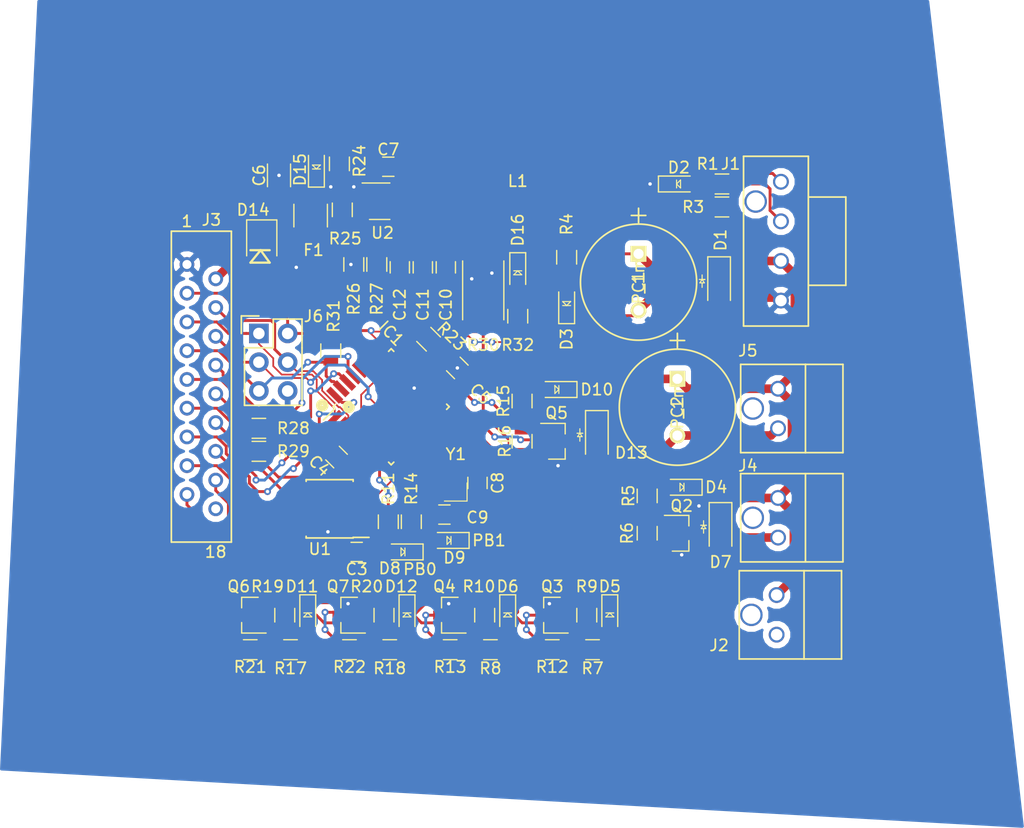
<source format=kicad_pcb>
(kicad_pcb (version 4) (host pcbnew 4.0.7)
  (layers (0 F.Cu signal) (31 B.Cu signal) (34 B.Paste user) (35 F.Paste user) (36 B.SilkS user) (37 F.SilkS user) (38 B.Mask user) (39 F.Mask user) (44 Edge.Cuts user))
  (net 0 "")
  (net 1 VCC)
  (net 2 GND)
  (net 3 /12V_Fused)
  (net 4 "Net-(C7-Pad1)")
  (net 5 "Net-(C8-Pad1)")
  (net 6 "Net-(C9-Pad1)")
  (net 7 "Net-(D3-Pad2)")
  (net 8 "Net-(D4-Pad2)")
  (net 9 "Net-(D5-Pad2)")
  (net 10 "Net-(D7-Pad2)")
  (net 11 "Net-(D8-Pad2)")
  (net 12 "Net-(D9-Pad2)")
  (net 13 "Net-(D10-Pad2)")
  (net 14 +12V)
  (net 15 /MISO)
  (net 16 /MOSI)
  (net 17 /ProgrammingLED2)
  (net 18 /SCK)
  (net 19 "Net-(IC1-Pad21)")
  (net 20 /AIR+LSD)
  (net 21 /PrechargeCTL)
  (net 22 /SenseBMS)
  (net 23 "Net-(IC1-Pad25)")
  (net 24 /SenseIMD)
  (net 25 /SenseMainTSConn)
  (net 26 /ProgrammingLED1)
  (net 27 /RESET)
  (net 28 "Net-(D2-Pad2)")
  (net 29 /ShutdownSenseBMS)
  (net 30 /ShutdownSenseIMD)
  (net 31 /ShutdownSenseMainTSConn)
  (net 32 "Net-(D6-Pad2)")
  (net 33 /LED1)
  (net 34 /LED2)
  (net 35 /CANL)
  (net 36 /CANH)
  (net 37 /ShutdownIn)
  (net 38 /IMDStatus)
  (net 39 /BMSStatus)
  (net 40 "Net-(C2-Pad2)")
  (net 41 "Net-(C5-Pad1)")
  (net 42 "Net-(C7-Pad2)")
  (net 43 "Net-(C10-Pad1)")
  (net 44 "Net-(D11-Pad2)")
  (net 45 "Net-(D12-Pad2)")
  (net 46 "Net-(D15-Pad2)")
  (net 47 "Net-(D16-Pad2)")
  (net 48 /TXCAN)
  (net 49 /RXCAN)
  (net 50 /SenseConnToHVD)
  (net 51 /AIR-_Weld_Detect)
  (net 52 "Net-(IC1-Pad23)")
  (net 53 "Net-(IC1-Pad24)")
  (net 54 "Net-(IC1-Pad26)")
  (net 55 "Net-(IC1-Pad27)")
  (net 56 "Net-(IC1-Pad28)")
  (net 57 "Net-(J2-Pad2)")
  (net 58 /ShutdownSenseConnToHVD)
  (net 59 "Net-(J3-Pad18)")
  (net 60 "Net-(R25-Pad2)")
  (net 61 "Net-(R26-Pad1)")
  (net 62 "Net-(U1-Pad5)")
  (net 63 "Net-(IC1-Pad29)")
  (net 64 "Net-(IC1-Pad30)")
  (module footprints:TQFP-32_7x7mm_Pitch0.8mm (layer F.Cu) (at 85.344 78.613 45)
    (fp_text reference IC1 (at 4.579931 -4.579931 135) (layer F.SilkS))
    (fp_text value ATMEGA16M1 hide)
    (pad 1 smd rect (at -4.25 -2.8 45) (size 1.6 0.55) (layers F.Cu F.Paste F.Mask) (net 15 /MISO))
    (pad 2 smd rect (at -4.25 -2 45) (size 1.6 0.55) (layers F.Cu F.Paste F.Mask) (net 16 /MOSI))
    (pad 3 smd rect (at -4.25 -1.2 45) (size 1.6 0.55) (layers F.Cu F.Paste F.Mask) (net 39 /BMSStatus))
    (pad 4 smd rect (at -4.25 -0.4 45) (size 1.6 0.55) (layers F.Cu F.Paste F.Mask) (net 1 VCC))
    (pad 5 smd rect (at -4.25 0.4 45) (size 1.6 0.55) (layers F.Cu F.Paste F.Mask) (net 2 GND))
    (pad 6 smd rect (at -4.25 1.2 45) (size 1.6 0.55) (layers F.Cu F.Paste F.Mask) (net 48 /TXCAN))
    (pad 7 smd rect (at -4.25 2 45) (size 1.6 0.55) (layers F.Cu F.Paste F.Mask) (net 49 /RXCAN))
    (pad 8 smd rect (at -4.25 2.8 45) (size 1.6 0.55) (layers F.Cu F.Paste F.Mask) (net 26 /ProgrammingLED1))
    (pad 9 smd rect (at -2.8 4.25 135) (size 1.6 0.55) (layers F.Cu F.Paste F.Mask) (net 17 /ProgrammingLED2))
    (pad 10 smd rect (at -2 4.25 135) (size 1.6 0.55) (layers F.Cu F.Paste F.Mask) (net 6 "Net-(C9-Pad1)"))
    (pad 11 smd rect (at -1.2 4.25 135) (size 1.6 0.55) (layers F.Cu F.Paste F.Mask) (net 5 "Net-(C8-Pad1)"))
    (pad 12 smd rect (at -0.4 4.25 135) (size 1.6 0.55) (layers F.Cu F.Paste F.Mask) (net 18 /SCK))
    (pad 13 smd rect (at 0.4 4.25 135) (size 1.6 0.55) (layers F.Cu F.Paste F.Mask) (net 22 /SenseBMS))
    (pad 14 smd rect (at 1.2 4.25 135) (size 1.6 0.55) (layers F.Cu F.Paste F.Mask) (net 24 /SenseIMD))
    (pad 15 smd rect (at 2 4.25 135) (size 1.6 0.55) (layers F.Cu F.Paste F.Mask) (net 25 /SenseMainTSConn))
    (pad 16 smd rect (at 2.8 4.25 135) (size 1.6 0.55) (layers F.Cu F.Paste F.Mask) (net 50 /SenseConnToHVD))
    (pad 17 smd rect (at 4.25 2.8 45) (size 1.6 0.55) (layers F.Cu F.Paste F.Mask) (net 21 /PrechargeCTL))
    (pad 18 smd rect (at 4.25 2 45) (size 1.6 0.55) (layers F.Cu F.Paste F.Mask) (net 20 /AIR+LSD))
    (pad 19 smd rect (at 4.25 1.2 45) (size 1.6 0.55) (layers F.Cu F.Paste F.Mask) (net 41 "Net-(C5-Pad1)"))
    (pad 20 smd rect (at 4.25 0.4 45) (size 1.6 0.55) (layers F.Cu F.Paste F.Mask) (net 2 GND))
    (pad 21 smd rect (at 4.25 -0.4 45) (size 1.6 0.55) (layers F.Cu F.Paste F.Mask) (net 19 "Net-(IC1-Pad21)"))
    (pad 22 smd rect (at 4.25 -1.2 45) (size 1.6 0.55) (layers F.Cu F.Paste F.Mask) (net 51 /AIR-_Weld_Detect))
    (pad 23 smd rect (at 4.25 -2 45) (size 1.6 0.55) (layers F.Cu F.Paste F.Mask) (net 52 "Net-(IC1-Pad23)"))
    (pad 24 smd rect (at 4.25 -2.8 45) (size 1.6 0.55) (layers F.Cu F.Paste F.Mask) (net 53 "Net-(IC1-Pad24)"))
    (pad 25 smd rect (at 2.8 -4.25 135) (size 1.6 0.55) (layers F.Cu F.Paste F.Mask) (net 23 "Net-(IC1-Pad25)"))
    (pad 26 smd rect (at 2 -4.25 135) (size 1.6 0.55) (layers F.Cu F.Paste F.Mask) (net 54 "Net-(IC1-Pad26)"))
    (pad 27 smd rect (at 1.2 -4.25 135) (size 1.6 0.55) (layers F.Cu F.Paste F.Mask) (net 55 "Net-(IC1-Pad27)"))
    (pad 28 smd rect (at 0.4 -4.25 135) (size 1.6 0.55) (layers F.Cu F.Paste F.Mask) (net 56 "Net-(IC1-Pad28)"))
    (pad 29 smd rect (at -0.4 -4.25 135) (size 1.6 0.55) (layers F.Cu F.Paste F.Mask) (net 63 "Net-(IC1-Pad29)"))
    (pad 30 smd rect (at -1.2 -4.25 135) (size 1.6 0.55) (layers F.Cu F.Paste F.Mask) (net 64 "Net-(IC1-Pad30)"))
    (pad 31 smd rect (at -2 -4.25 135) (size 1.6 0.55) (layers F.Cu F.Paste F.Mask) (net 27 /RESET))
    (pad 32 smd rect (at -2.8 -4.25 135) (size 1.6 0.55) (layers F.Cu F.Paste F.Mask) (net 38 /IMDStatus))
  )
  (module footprints:C_Radial_D10_L13_P5_OEM (layer F.Cu) (at 107.188 70.104 270)
    (fp_text reference C1 (at -2.5019 0 270) (layer F.SilkS))
    (fp_text value CP_1mF (at -2.5019 0 270) (layer F.SilkS))
    (pad 1 thru_hole rect (at -5.0038 0 270) (size 1.3716 1.3716) (drill 0.8636) (layers *.Cu F.SilkS) (net 37 /ShutdownIn))
    (pad 1 thru_hole rect (at -5.0038 0 270) (size 1.3716 1.3716) (drill 0.8636) (layers F.Paste F.SilkS) (net 37 /ShutdownIn))
    (pad 1 thru_hole rect (at -5.0038 0 270) (size 1.3716 1.3716) (drill 0.8636) (layers *.Mask F.SilkS) (net 37 /ShutdownIn))
    (pad 1 thru_hole rect (at -5.0038 0 270) (size 1.3716 1.3716) (drill 0.8636) (layers *.Cu F.SilkS) (net 37 /ShutdownIn))
    (pad 2 thru_hole circle (at 0 0 270) (size 1.3716 1.3716) (drill 0.8636) (layers *.Cu F.SilkS) (net 2 GND))
    (pad 2 thru_hole circle (at 0 0 270) (size 1.3716 1.3716) (drill 0.8636) (layers F.Paste F.SilkS) (net 2 GND))
    (pad 2 thru_hole circle (at 0 0 270) (size 1.3716 1.3716) (drill 0.8636) (layers *.Mask F.SilkS) (net 2 GND))
    (pad 2 thru_hole circle (at 0 0 270) (size 1.3716 1.3716) (drill 0.8636) (layers *.Cu F.SilkS) (net 2 GND))
  )
  (module footprints:C_Radial_D10_L13_P5_OEM (layer F.Cu) (at 110.617 81.153 270)
    (fp_text reference C2 (at -2.5019 0 270) (layer F.SilkS))
    (fp_text value CP_1mF (at -2.5019 0 270) (layer F.SilkS))
    (pad 1 thru_hole rect (at -5.0038 0 270) (size 1.3716 1.3716) (drill 0.8636) (layers *.Cu F.SilkS) (net 37 /ShutdownIn))
    (pad 1 thru_hole rect (at -5.0038 0 270) (size 1.3716 1.3716) (drill 0.8636) (layers F.Paste F.SilkS) (net 37 /ShutdownIn))
    (pad 1 thru_hole rect (at -5.0038 0 270) (size 1.3716 1.3716) (drill 0.8636) (layers *.Mask F.SilkS) (net 37 /ShutdownIn))
    (pad 1 thru_hole rect (at -5.0038 0 270) (size 1.3716 1.3716) (drill 0.8636) (layers *.Cu F.SilkS) (net 37 /ShutdownIn))
    (pad 2 thru_hole circle (at 0 0 270) (size 1.3716 1.3716) (drill 0.8636) (layers *.Cu F.SilkS) (net 40 "Net-(C2-Pad2)"))
    (pad 2 thru_hole circle (at 0 0 270) (size 1.3716 1.3716) (drill 0.8636) (layers F.Paste F.SilkS) (net 40 "Net-(C2-Pad2)"))
    (pad 2 thru_hole circle (at 0 0 270) (size 1.3716 1.3716) (drill 0.8636) (layers *.Mask F.SilkS) (net 40 "Net-(C2-Pad2)"))
    (pad 2 thru_hole circle (at 0 0 270) (size 1.3716 1.3716) (drill 0.8636) (layers *.Cu F.SilkS) (net 40 "Net-(C2-Pad2)"))
  )
  (module footprints:C_0805_OEM (layer F.Cu) (at 82.296 91.44 180)
    (fp_text reference C3 (at 0 -1.524 180) (layer F.SilkS))
    (fp_text value C_0.1uF hide)
    (pad 1 smd rect (at -1 0 180) (size 1 1.25) (layers F.Cu F.Paste F.Mask) (net 1 VCC))
    (pad 2 smd rect (at 1 0 180) (size 1 1.25) (layers F.Cu F.Paste F.Mask) (net 2 GND))
  )
  (module footprints:C_0805_OEM (layer F.Cu) (at 80.518 83.058 315)
    (fp_text reference C4 (at -0.538815 1.616446 315) (layer F.SilkS))
    (fp_text value C_0.1uF hide)
    (pad 1 smd rect (at -1 0 315) (size 1 1.25) (layers F.Cu F.Paste F.Mask) (net 1 VCC))
    (pad 2 smd rect (at 1 0 315) (size 1 1.25) (layers F.Cu F.Paste F.Mask) (net 2 GND))
  )
  (module footprints:C_0805_OEM (layer F.Cu) (at 91.186 75.184 315)
    (fp_text reference C5 (at 3.053287 0.179605 315) (layer F.SilkS))
    (fp_text value C_100pF hide)
    (pad 1 smd rect (at -1 0 315) (size 1 1.25) (layers F.Cu F.Paste F.Mask) (net 41 "Net-(C5-Pad1)"))
    (pad 2 smd rect (at 1 0 315) (size 1 1.25) (layers F.Cu F.Paste F.Mask) (net 2 GND))
  )
  (module footprints:C_1206_OEM (layer F.Cu) (at 75.438 58.166 90)
    (fp_text reference C6 (at 0 -1.75 90) (layer F.SilkS))
    (fp_text value C_22uF hide)
    (pad 1 smd rect (at -1.5 0 90) (size 1 1.6) (layers F.Cu F.Paste F.Mask) (net 3 /12V_Fused))
    (pad 2 smd rect (at 1.5 0 90) (size 1 1.6) (layers F.Cu F.Paste F.Mask) (net 2 GND))
  )
  (module footprints:C_0805_OEM (layer F.Cu) (at 85.09 57.404 180)
    (fp_text reference C7 (at 0 1.524 180) (layer F.SilkS))
    (fp_text value C_0.1uF hide)
    (pad 1 smd rect (at -1 0 180) (size 1 1.25) (layers F.Cu F.Paste F.Mask) (net 4 "Net-(C7-Pad1)"))
    (pad 2 smd rect (at 1 0 180) (size 1 1.25) (layers F.Cu F.Paste F.Mask) (net 42 "Net-(C7-Pad2)"))
  )
  (module footprints:C_0805_OEM (layer F.Cu) (at 92.964 85.344 270)
    (fp_text reference C8 (at 0 -1.778 270) (layer F.SilkS))
    (fp_text value C_30pF hide)
    (pad 1 smd rect (at -1 0 270) (size 1 1.25) (layers F.Cu F.Paste F.Mask) (net 5 "Net-(C8-Pad1)"))
    (pad 2 smd rect (at 1 0 270) (size 1 1.25) (layers F.Cu F.Paste F.Mask) (net 2 GND))
  )
  (module footprints:C_0805_OEM (layer F.Cu) (at 90.043 88.138)
    (fp_text reference C9 (at 2.921 0.254) (layer F.SilkS))
    (fp_text value C_30pF hide)
    (pad 1 smd rect (at -1 0) (size 1 1.25) (layers F.Cu F.Paste F.Mask) (net 6 "Net-(C9-Pad1)"))
    (pad 2 smd rect (at 1 0) (size 1 1.25) (layers F.Cu F.Paste F.Mask) (net 2 GND))
  )
  (module footprints:C_0805_OEM (layer F.Cu) (at 90.17 66.294 270)
    (fp_text reference C10 (at 3.302 0 450) (layer F.SilkS))
    (fp_text value C_47uF hide)
    (pad 1 smd rect (at -1 0 270) (size 1 1.25) (layers F.Cu F.Paste F.Mask) (net 43 "Net-(C10-Pad1)"))
    (pad 2 smd rect (at 1 0 270) (size 1 1.25) (layers F.Cu F.Paste F.Mask) (net 2 GND))
  )
  (module footprints:D_SOD-123W_OEM (layer F.Cu) (at 114.3 67.564 270)
    (fp_text reference D1 (at -3.683 -0.127 270) (layer F.SilkS))
    (fp_text value D_Schottky_SOD123 hide)
    (pad 1 smd rect (at -1.4 0 270) (size 1.2 1.2) (layers F.Cu F.Paste F.Mask) (net 37 /ShutdownIn))
    (pad 2 smd rect (at 1.4 0 270) (size 1.2 1.2) (layers F.Cu F.Paste F.Mask) (net 2 GND))
  )
  (module footprints:LED_0805_OEM (layer F.Cu) (at 110.744 58.928)
    (fp_text reference D2 (at 0 -1.45) (layer F.SilkS))
    (fp_text value LED_0805 hide)
    (pad 2 smd rect (at 1.1 0 180) (size 1.2 1.2) (layers F.Cu F.Paste F.Mask) (net 28 "Net-(D2-Pad2)"))
    (pad 1 smd rect (at -1.1 0 180) (size 1.2 1.2) (layers F.Cu F.Paste F.Mask) (net 2 GND))
  )
  (module footprints:LED_0805_OEM (layer F.Cu) (at 100.838 69.469 90)
    (fp_text reference D3 (at -3.175 0 90) (layer F.SilkS))
    (fp_text value LED_0805 hide)
    (pad 2 smd rect (at 1.1 0 270) (size 1.2 1.2) (layers F.Cu F.Paste F.Mask) (net 7 "Net-(D3-Pad2)"))
    (pad 1 smd rect (at -1.1 0 270) (size 1.2 1.2) (layers F.Cu F.Paste F.Mask) (net 2 GND))
  )
  (module footprints:LED_0805_OEM (layer F.Cu) (at 110.998 85.725 180)
    (fp_text reference D4 (at -3.048 0 180) (layer F.SilkS))
    (fp_text value LED_0805 hide)
    (pad 2 smd rect (at 1.1 0) (size 1.2 1.2) (layers F.Cu F.Paste F.Mask) (net 8 "Net-(D4-Pad2)"))
    (pad 1 smd rect (at -1.1 0) (size 1.2 1.2) (layers F.Cu F.Paste F.Mask) (net 2 GND))
  )
  (module footprints:LED_0805_OEM (layer F.Cu) (at 104.648 97.028 270)
    (fp_text reference D5 (at -2.54 0 360) (layer F.SilkS))
    (fp_text value LED_0805 hide)
    (pad 2 smd rect (at 1.1 0 90) (size 1.2 1.2) (layers F.Cu F.Paste F.Mask) (net 9 "Net-(D5-Pad2)"))
    (pad 1 smd rect (at -1.1 0 90) (size 1.2 1.2) (layers F.Cu F.Paste F.Mask) (net 2 GND))
  )
  (module footprints:LED_0805_OEM (layer F.Cu) (at 95.631 97.028 270)
    (fp_text reference D6 (at -2.54 0 360) (layer F.SilkS))
    (fp_text value LED_0805 hide)
    (pad 2 smd rect (at 1.1 0 90) (size 1.2 1.2) (layers F.Cu F.Paste F.Mask) (net 32 "Net-(D6-Pad2)"))
    (pad 1 smd rect (at -1.1 0 90) (size 1.2 1.2) (layers F.Cu F.Paste F.Mask) (net 2 GND))
  )
  (module footprints:D_SOD-123W_OEM (layer F.Cu) (at 114.427 89.281 270)
    (fp_text reference D7 (at 3.048 0 360) (layer F.SilkS))
    (fp_text value D_Schottky_SOD123 hide)
    (pad 1 smd rect (at -1.4 0 270) (size 1.2 1.2) (layers F.Cu F.Paste F.Mask) (net 37 /ShutdownIn))
    (pad 2 smd rect (at 1.4 0 270) (size 1.2 1.2) (layers F.Cu F.Paste F.Mask) (net 10 "Net-(D7-Pad2)"))
  )
  (module footprints:LED_0805_OEM (layer F.Cu) (at 86.36 91.44 180)
    (fp_text reference D8 (at 1.143 -1.45 180) (layer F.SilkS))
    (fp_text value LED_0805 hide)
    (pad 2 smd rect (at 1.1 0) (size 1.2 1.2) (layers F.Cu F.Paste F.Mask) (net 11 "Net-(D8-Pad2)"))
    (pad 1 smd rect (at -1.1 0) (size 1.2 1.2) (layers F.Cu F.Paste F.Mask) (net 2 GND))
  )
  (module footprints:LED_0805_OEM (layer F.Cu) (at 90.424 90.424 180)
    (fp_text reference D9 (at -0.508 -1.524 180) (layer F.SilkS))
    (fp_text value LED_0805 hide)
    (pad 2 smd rect (at 1.1 0) (size 1.2 1.2) (layers F.Cu F.Paste F.Mask) (net 12 "Net-(D9-Pad2)"))
    (pad 1 smd rect (at -1.1 0) (size 1.2 1.2) (layers F.Cu F.Paste F.Mask) (net 2 GND))
  )
  (module footprints:LED_0805_OEM (layer F.Cu) (at 99.949 77.089 180)
    (fp_text reference D10 (at -3.556 0 180) (layer F.SilkS))
    (fp_text value LED_0805 hide)
    (pad 2 smd rect (at 1.1 0) (size 1.2 1.2) (layers F.Cu F.Paste F.Mask) (net 13 "Net-(D10-Pad2)"))
    (pad 1 smd rect (at -1.1 0) (size 1.2 1.2) (layers F.Cu F.Paste F.Mask) (net 2 GND))
  )
  (module footprints:LED_0805_OEM (layer F.Cu) (at 77.978 97.028 270)
    (fp_text reference D11 (at -2.54 0.508 360) (layer F.SilkS))
    (fp_text value LED_0805 hide)
    (pad 2 smd rect (at 1.1 0 90) (size 1.2 1.2) (layers F.Cu F.Paste F.Mask) (net 44 "Net-(D11-Pad2)"))
    (pad 1 smd rect (at -1.1 0 90) (size 1.2 1.2) (layers F.Cu F.Paste F.Mask) (net 2 GND))
  )
  (module footprints:LED_0805_OEM (layer F.Cu) (at 86.741 97.028 270)
    (fp_text reference D12 (at -2.54 0.508 360) (layer F.SilkS))
    (fp_text value LED_0805 hide)
    (pad 2 smd rect (at 1.1 0 90) (size 1.2 1.2) (layers F.Cu F.Paste F.Mask) (net 45 "Net-(D12-Pad2)"))
    (pad 1 smd rect (at -1.1 0 90) (size 1.2 1.2) (layers F.Cu F.Paste F.Mask) (net 2 GND))
  )
  (module footprints:D_SOD-123W_OEM (layer F.Cu) (at 103.505 81.153 270)
    (fp_text reference D13 (at 1.524 -3.048 360) (layer F.SilkS))
    (fp_text value D_Schottky_SOD123 hide)
    (pad 1 smd rect (at -1.4 0 270) (size 1.2 1.2) (layers F.Cu F.Paste F.Mask) (net 37 /ShutdownIn))
    (pad 2 smd rect (at 1.4 0 270) (size 1.2 1.2) (layers F.Cu F.Paste F.Mask) (net 40 "Net-(C2-Pad2)"))
  )
  (module footprints:DO-214AA (layer F.Cu) (at 73.914 65.278 270)
    (fp_text reference D14 (at -4.064 0.762 360) (layer F.SilkS))
    (fp_text value D_Zener_18V hide)
    (pad 2 smd rect (at 2.032 0 90) (size 1.778 2.159) (layers F.Cu F.Paste F.Mask) (net 2 GND))
    (pad 1 smd rect (at -2.032 0 90) (size 1.778 2.159) (layers F.Cu F.Paste F.Mask) (net 14 +12V))
  )
  (module footprints:LED_0805_OEM (layer F.Cu) (at 78.74 57.404 90)
    (fp_text reference D15 (at -0.254 -1.45 90) (layer F.SilkS))
    (fp_text value LED_0805 hide)
    (pad 2 smd rect (at 1.1 0 270) (size 1.2 1.2) (layers F.Cu F.Paste F.Mask) (net 46 "Net-(D15-Pad2)"))
    (pad 1 smd rect (at -1.1 0 270) (size 1.2 1.2) (layers F.Cu F.Paste F.Mask) (net 2 GND))
  )
  (module footprints:LED_0805_OEM (layer F.Cu) (at 96.52 66.802 270)
    (fp_text reference D16 (at -3.81 0 270) (layer F.SilkS))
    (fp_text value LED_0805 hide)
    (pad 2 smd rect (at 1.1 0 90) (size 1.2 1.2) (layers F.Cu F.Paste F.Mask) (net 47 "Net-(D16-Pad2)"))
    (pad 1 smd rect (at -1.1 0 90) (size 1.2 1.2) (layers F.Cu F.Paste F.Mask) (net 2 GND))
  )
  (module footprints:Fuse_1210 (layer F.Cu) (at 78.232 61.722 90)
    (fp_text reference F1 (at -3.048 0.254 180) (layer F.SilkS))
    (fp_text value F_500mA_16V hide)
    (pad 1 smd rect (at -1.45 0 90) (size 0.9 2.5) (layers F.Cu F.Paste F.Mask) (net 14 +12V))
    (pad 2 smd rect (at 1.45 0 90) (size 0.9 2.5) (layers F.Cu F.Paste F.Mask) (net 3 /12V_Fused))
  )
  (module footprints:Ultrafit_4 (layer F.Cu) (at 119.761 63.98 180)
    (fp_text reference J1 (at 4.445 6.83 180) (layer F.SilkS))
    (fp_text value AIR- hide)
    (pad 2 thru_hole circle (at 0 1.75 180) (size 1.397 1.397) (drill 1.02) (layers *.Cu *.Mask) (net 51 /AIR-_Weld_Detect))
    (pad 1 thru_hole circle (at 0 5.25 180) (size 1.397 1.397) (drill 1.02) (layers *.Cu *.Mask) (net 1 VCC))
    (pad "" thru_hole circle (at 2.23 3.5 180) (size 1.981 1.981) (drill 1.6) (layers *.Cu *.Mask))
    (pad 3 thru_hole circle (at 0 -1.75) (size 1.397 1.397) (drill 1.02) (layers *.Cu *.Mask) (net 37 /ShutdownIn))
    (pad 4 thru_hole circle (at 0 -5.25) (size 1.397 1.397) (drill 1.02) (layers *.Cu *.Mask) (net 2 GND))
  )
  (module footprints:Ultrafit_2 (layer F.Cu) (at 119.38 98.75 180)
    (fp_text reference J2 (at 5.08 -0.945 180) (layer F.SilkS))
    (fp_text value Ultrafit_2 hide)
    (pad 2 thru_hole circle (at 0 0 180) (size 1.397 1.397) (drill 1.02) (layers *.Cu *.Mask) (net 57 "Net-(J2-Pad2)"))
    (pad 1 thru_hole circle (at 0 3.5 180) (size 1.397 1.397) (drill 1.02) (layers *.Cu *.Mask) (net 37 /ShutdownIn))
    (pad "" thru_hole circle (at 2.23 1.75 180) (size 1.981 1.981) (drill 1.6) (layers *.Cu *.Mask))
  )
  (module footprints:micromatch_female_ra_18 (layer F.Cu) (at 67.31 71.12)
    (fp_text reference J3 (at 2.159 -9.017) (layer F.SilkS))
    (fp_text value "To Interface Board" hide)
    (fp_text user 18 (at 2.54 20.32) (layer F.SilkS))
    (fp_text user 1 (at 0 -8.89) (layer F.SilkS))
    (pad 5 thru_hole circle (at 0 0) (size 1.3 1.3) (drill 0.8) (layers *.Cu *.Mask) (net 15 /MISO))
    (pad 3 thru_hole circle (at 0 -2.54) (size 1.3 1.3) (drill 0.8) (layers *.Cu *.Mask) (net 1 VCC))
    (pad 1 thru_hole circle (at 0 -5.08) (size 1.3 1.3) (drill 0.8) (layers *.Cu *.Mask) (net 2 GND))
    (pad 7 thru_hole circle (at 0 2.54) (size 1.3 1.3) (drill 0.8) (layers *.Cu *.Mask) (net 27 /RESET))
    (pad 2 thru_hole circle (at 2.54 -3.81) (size 1.3 1.3) (drill 0.8) (layers *.Cu *.Mask) (net 14 +12V))
    (pad 4 thru_hole circle (at 2.54 -1.27) (size 1.3 1.3) (drill 0.8) (layers *.Cu *.Mask) (net 16 /MOSI))
    (pad 6 thru_hole circle (at 2.54 1.27) (size 1.3 1.3) (drill 0.8) (layers *.Cu *.Mask) (net 18 /SCK))
    (pad 8 thru_hole circle (at 2.54 3.81) (size 1.3 1.3) (drill 0.8) (layers *.Cu *.Mask) (net 36 /CANH))
    (pad 9 thru_hole circle (at 0 5.08) (size 1.3 1.3) (drill 0.8) (layers *.Cu *.Mask) (net 35 /CANL))
    (pad 10 thru_hole circle (at 2.54 6.35) (size 1.3 1.3) (drill 0.8) (layers *.Cu *.Mask) (net 33 /LED1))
    (pad 11 thru_hole circle (at 0 7.62) (size 1.3 1.3) (drill 0.8) (layers *.Cu *.Mask) (net 34 /LED2))
    (pad 12 thru_hole circle (at 2.54 8.89) (size 1.3 1.3) (drill 0.8) (layers *.Cu *.Mask) (net 38 /IMDStatus))
    (pad 13 thru_hole circle (at 0 10.16) (size 1.3 1.3) (drill 0.8) (layers *.Cu *.Mask) (net 39 /BMSStatus))
    (pad 14 thru_hole circle (at 2.54 11.43) (size 1.3 1.3) (drill 0.8) (layers *.Cu *.Mask) (net 29 /ShutdownSenseBMS))
    (pad 15 thru_hole circle (at 0 12.7) (size 1.3 1.3) (drill 0.8) (layers *.Cu *.Mask) (net 30 /ShutdownSenseIMD))
    (pad 16 thru_hole circle (at 2.54 13.97) (size 1.3 1.3) (drill 0.8) (layers *.Cu *.Mask) (net 31 /ShutdownSenseMainTSConn))
    (pad 17 thru_hole circle (at 0 15.24) (size 1.3 1.3) (drill 0.8) (layers *.Cu *.Mask) (net 58 /ShutdownSenseConnToHVD))
    (pad 18 thru_hole circle (at 2.54 16.51) (size 1.3 1.3) (drill 0.8) (layers *.Cu *.Mask) (net 59 "Net-(J3-Pad18)"))
  )
  (module footprints:Ultrafit_2 (layer F.Cu) (at 119.507 90.17 180)
    (fp_text reference J4 (at 2.667 6.35 360) (layer F.SilkS))
    (fp_text value PrechargeRelay hide)
    (pad 2 thru_hole circle (at 0 0 180) (size 1.397 1.397) (drill 1.02) (layers *.Cu *.Mask) (net 10 "Net-(D7-Pad2)"))
    (pad 1 thru_hole circle (at 0 3.5 180) (size 1.397 1.397) (drill 1.02) (layers *.Cu *.Mask) (net 37 /ShutdownIn))
    (pad "" thru_hole circle (at 2.23 1.75 180) (size 1.981 1.981) (drill 1.6) (layers *.Cu *.Mask))
  )
  (module footprints:Ultrafit_2 (layer F.Cu) (at 119.507 80.518 180)
    (fp_text reference J5 (at 2.667 6.858 180) (layer F.SilkS))
    (fp_text value AIR+ hide)
    (pad 2 thru_hole circle (at 0 0 180) (size 1.397 1.397) (drill 1.02) (layers *.Cu *.Mask) (net 40 "Net-(C2-Pad2)"))
    (pad 1 thru_hole circle (at 0 3.5 180) (size 1.397 1.397) (drill 1.02) (layers *.Cu *.Mask) (net 37 /ShutdownIn))
    (pad "" thru_hole circle (at 2.23 1.75 180) (size 1.981 1.981) (drill 1.6) (layers *.Cu *.Mask))
  )
  (module footprints:Pin_Header_Straight_2x03 (layer F.Cu) (at 73.66 72.136)
    (fp_text reference J6 (at 4.826 -1.524) (layer F.SilkS))
    (fp_text value CONN_02X03 hide)
    (pad 1 thru_hole rect (at 0 0) (size 1.7272 1.7272) (drill 1.016) (layers *.Cu *.Mask) (net 15 /MISO))
    (pad 2 thru_hole oval (at 2.54 0) (size 1.7272 1.7272) (drill 1.016) (layers *.Cu *.Mask) (net 1 VCC))
    (pad 3 thru_hole oval (at 0 2.54) (size 1.7272 1.7272) (drill 1.016) (layers *.Cu *.Mask) (net 18 /SCK))
    (pad 4 thru_hole oval (at 2.54 2.54) (size 1.7272 1.7272) (drill 1.016) (layers *.Cu *.Mask) (net 16 /MOSI))
    (pad 5 thru_hole oval (at 0 5.08) (size 1.7272 1.7272) (drill 1.016) (layers *.Cu *.Mask) (net 27 /RESET))
    (pad 6 thru_hole oval (at 2.54 5.08) (size 1.7272 1.7272) (drill 1.016) (layers *.Cu *.Mask) (net 2 GND))
  )
  (module footprints:4.7uH_Inductor_OEM (layer F.Cu) (at 91.25 59.436)
    (fp_text reference L1 (at 5.27 -0.762) (layer F.SilkS))
    (fp_text value L_4.7uH hide)
    (pad 1 smd rect (at -2.35 0) (size 3.3 8.2) (layers F.Cu F.Paste F.Mask) (net 42 "Net-(C7-Pad2)"))
    (pad 2 smd rect (at 2.35 0) (size 3.3 8.2) (layers F.Cu F.Paste F.Mask) (net 43 "Net-(C10-Pad1)"))
  )
  (module footprints:R_0805_OEM (layer F.Cu) (at 114.554 58.928 180)
    (fp_text reference R1 (at 1.27 1.778 180) (layer F.SilkS))
    (fp_text value R_200 hide)
    (pad 1 smd rect (at -0.95 0 180) (size 0.7 1.3) (layers F.Cu F.Paste F.Mask) (net 51 /AIR-_Weld_Detect))
    (pad 2 smd rect (at 0.95 0 180) (size 0.7 1.3) (layers F.Cu F.Paste F.Mask) (net 28 "Net-(D2-Pad2)"))
  )
  (module footprints:R_0805_OEM (layer F.Cu) (at 114.554 60.96 180)
    (fp_text reference R3 (at 2.54 0 180) (layer F.SilkS))
    (fp_text value R_10k hide)
    (pad 1 smd rect (at -0.95 0 180) (size 0.7 1.3) (layers F.Cu F.Paste F.Mask) (net 51 /AIR-_Weld_Detect))
    (pad 2 smd rect (at 0.95 0 180) (size 0.7 1.3) (layers F.Cu F.Paste F.Mask) (net 2 GND))
  )
  (module footprints:R_0805_OEM (layer F.Cu) (at 100.838 65.405 270)
    (fp_text reference R4 (at -2.921 0 270) (layer F.SilkS))
    (fp_text value R_1k hide)
    (pad 1 smd rect (at -0.95 0 270) (size 0.7 1.3) (layers F.Cu F.Paste F.Mask) (net 37 /ShutdownIn))
    (pad 2 smd rect (at 0.95 0 270) (size 0.7 1.3) (layers F.Cu F.Paste F.Mask) (net 7 "Net-(D3-Pad2)"))
  )
  (module footprints:R_0805_OEM (layer F.Cu) (at 107.95 86.487 90)
    (fp_text reference R5 (at 0 -1.65 90) (layer F.SilkS))
    (fp_text value R_200 hide)
    (pad 1 smd rect (at -0.95 0 90) (size 0.7 1.3) (layers F.Cu F.Paste F.Mask) (net 21 /PrechargeCTL))
    (pad 2 smd rect (at 0.95 0 90) (size 0.7 1.3) (layers F.Cu F.Paste F.Mask) (net 8 "Net-(D4-Pad2)"))
  )
  (module footprints:R_0805_OEM (layer F.Cu) (at 107.95 89.789 270)
    (fp_text reference R6 (at 0 1.778 270) (layer F.SilkS))
    (fp_text value R_10k hide)
    (pad 1 smd rect (at -0.95 0 270) (size 0.7 1.3) (layers F.Cu F.Paste F.Mask) (net 21 /PrechargeCTL))
    (pad 2 smd rect (at 0.95 0 270) (size 0.7 1.3) (layers F.Cu F.Paste F.Mask) (net 2 GND))
  )
  (module footprints:R_0805_OEM (layer F.Cu) (at 103.124 100.076 180)
    (fp_text reference R7 (at 0 -1.65 180) (layer F.SilkS))
    (fp_text value R_1k hide)
    (pad 1 smd rect (at -0.95 0 180) (size 0.7 1.3) (layers F.Cu F.Paste F.Mask) (net 9 "Net-(D5-Pad2)"))
    (pad 2 smd rect (at 0.95 0 180) (size 0.7 1.3) (layers F.Cu F.Paste F.Mask) (net 58 /ShutdownSenseConnToHVD))
  )
  (module footprints:R_0805_OEM (layer F.Cu) (at 94.107 100.076 180)
    (fp_text reference R8 (at 0 -1.65 180) (layer F.SilkS))
    (fp_text value R_1k hide)
    (pad 1 smd rect (at -0.95 0 180) (size 0.7 1.3) (layers F.Cu F.Paste F.Mask) (net 32 "Net-(D6-Pad2)"))
    (pad 2 smd rect (at 0.95 0 180) (size 0.7 1.3) (layers F.Cu F.Paste F.Mask) (net 31 /ShutdownSenseMainTSConn))
  )
  (module footprints:R_0805_OEM (layer F.Cu) (at 102.616 97.028 90)
    (fp_text reference R9 (at 2.54 0 180) (layer F.SilkS))
    (fp_text value R_100k hide)
    (pad 1 smd rect (at -0.95 0 90) (size 0.7 1.3) (layers F.Cu F.Paste F.Mask) (net 58 /ShutdownSenseConnToHVD))
    (pad 2 smd rect (at 0.95 0 90) (size 0.7 1.3) (layers F.Cu F.Paste F.Mask) (net 2 GND))
  )
  (module footprints:R_0805_OEM (layer F.Cu) (at 93.599 97.028 90)
    (fp_text reference R10 (at 2.54 -0.508 180) (layer F.SilkS))
    (fp_text value R_100k hide)
    (pad 1 smd rect (at -0.95 0 90) (size 0.7 1.3) (layers F.Cu F.Paste F.Mask) (net 31 /ShutdownSenseMainTSConn))
    (pad 2 smd rect (at 0.95 0 90) (size 0.7 1.3) (layers F.Cu F.Paste F.Mask) (net 2 GND))
  )
  (module footprints:R_0805_OEM (layer F.Cu) (at 85.09 88.773 270)
    (fp_text reference R11 (at -2.921 0 270) (layer F.SilkS))
    (fp_text value R_200 hide)
    (pad 1 smd rect (at -0.95 0 270) (size 0.7 1.3) (layers F.Cu F.Paste F.Mask) (net 26 /ProgrammingLED1))
    (pad 2 smd rect (at 0.95 0 270) (size 0.7 1.3) (layers F.Cu F.Paste F.Mask) (net 11 "Net-(D8-Pad2)"))
  )
  (module footprints:R_0805_OEM (layer F.Cu) (at 99.568 100.076 180)
    (fp_text reference R12 (at 0 -1.524 180) (layer F.SilkS))
    (fp_text value R_10k hide)
    (pad 1 smd rect (at -0.95 0 180) (size 0.7 1.3) (layers F.Cu F.Paste F.Mask) (net 1 VCC))
    (pad 2 smd rect (at 0.95 0 180) (size 0.7 1.3) (layers F.Cu F.Paste F.Mask) (net 50 /SenseConnToHVD))
  )
  (module footprints:R_0805_OEM (layer F.Cu) (at 90.551 100.076 180)
    (fp_text reference R13 (at 0 -1.524 180) (layer F.SilkS))
    (fp_text value R_10k hide)
    (pad 1 smd rect (at -0.95 0 180) (size 0.7 1.3) (layers F.Cu F.Paste F.Mask) (net 1 VCC))
    (pad 2 smd rect (at 0.95 0 180) (size 0.7 1.3) (layers F.Cu F.Paste F.Mask) (net 25 /SenseMainTSConn))
  )
  (module footprints:R_0805_OEM (layer F.Cu) (at 87.122 88.773 270)
    (fp_text reference R14 (at -2.921 0 270) (layer F.SilkS))
    (fp_text value R_200 hide)
    (pad 1 smd rect (at -0.95 0 270) (size 0.7 1.3) (layers F.Cu F.Paste F.Mask) (net 17 /ProgrammingLED2))
    (pad 2 smd rect (at 0.95 0 270) (size 0.7 1.3) (layers F.Cu F.Paste F.Mask) (net 12 "Net-(D9-Pad2)"))
  )
  (module footprints:R_0805_OEM (layer F.Cu) (at 96.901 78.105 90)
    (fp_text reference R15 (at 0 -1.65 90) (layer F.SilkS))
    (fp_text value R_200 hide)
    (pad 1 smd rect (at -0.95 0 90) (size 0.7 1.3) (layers F.Cu F.Paste F.Mask) (net 20 /AIR+LSD))
    (pad 2 smd rect (at 0.95 0 90) (size 0.7 1.3) (layers F.Cu F.Paste F.Mask) (net 13 "Net-(D10-Pad2)"))
  )
  (module footprints:R_0805_OEM (layer F.Cu) (at 96.901 81.661 270)
    (fp_text reference R16 (at 0 1.524 270) (layer F.SilkS))
    (fp_text value R_10k hide)
    (pad 1 smd rect (at -0.95 0 270) (size 0.7 1.3) (layers F.Cu F.Paste F.Mask) (net 20 /AIR+LSD))
    (pad 2 smd rect (at 0.95 0 270) (size 0.7 1.3) (layers F.Cu F.Paste F.Mask) (net 2 GND))
  )
  (module footprints:R_0805_OEM (layer F.Cu) (at 76.454 100.076 180)
    (fp_text reference R17 (at 0 -1.65 180) (layer F.SilkS))
    (fp_text value R_1k hide)
    (pad 1 smd rect (at -0.95 0 180) (size 0.7 1.3) (layers F.Cu F.Paste F.Mask) (net 44 "Net-(D11-Pad2)"))
    (pad 2 smd rect (at 0.95 0 180) (size 0.7 1.3) (layers F.Cu F.Paste F.Mask) (net 29 /ShutdownSenseBMS))
  )
  (module footprints:R_0805_OEM (layer F.Cu) (at 85.217 100.076 180)
    (fp_text reference R18 (at 0 -1.65 180) (layer F.SilkS))
    (fp_text value R_1k hide)
    (pad 1 smd rect (at -0.95 0 180) (size 0.7 1.3) (layers F.Cu F.Paste F.Mask) (net 45 "Net-(D12-Pad2)"))
    (pad 2 smd rect (at 0.95 0 180) (size 0.7 1.3) (layers F.Cu F.Paste F.Mask) (net 30 /ShutdownSenseIMD))
  )
  (module footprints:R_0805_OEM (layer F.Cu) (at 75.946 97.028 90)
    (fp_text reference R19 (at 2.54 -1.524 180) (layer F.SilkS))
    (fp_text value R_100k hide)
    (pad 1 smd rect (at -0.95 0 90) (size 0.7 1.3) (layers F.Cu F.Paste F.Mask) (net 29 /ShutdownSenseBMS))
    (pad 2 smd rect (at 0.95 0 90) (size 0.7 1.3) (layers F.Cu F.Paste F.Mask) (net 2 GND))
  )
  (module footprints:R_0805_OEM (layer F.Cu) (at 84.709 97.028 90)
    (fp_text reference R20 (at 2.54 -1.524 180) (layer F.SilkS))
    (fp_text value R_100k hide)
    (pad 1 smd rect (at -0.95 0 90) (size 0.7 1.3) (layers F.Cu F.Paste F.Mask) (net 30 /ShutdownSenseIMD))
    (pad 2 smd rect (at 0.95 0 90) (size 0.7 1.3) (layers F.Cu F.Paste F.Mask) (net 2 GND))
  )
  (module footprints:R_0805_OEM (layer F.Cu) (at 72.898 100.076 180)
    (fp_text reference R21 (at 0 -1.524 180) (layer F.SilkS))
    (fp_text value R_10k hide)
    (pad 1 smd rect (at -0.95 0 180) (size 0.7 1.3) (layers F.Cu F.Paste F.Mask) (net 1 VCC))
    (pad 2 smd rect (at 0.95 0 180) (size 0.7 1.3) (layers F.Cu F.Paste F.Mask) (net 22 /SenseBMS))
  )
  (module footprints:R_0805_OEM (layer F.Cu) (at 81.661 100.076 180)
    (fp_text reference R22 (at 0 -1.524 180) (layer F.SilkS))
    (fp_text value R_10k hide)
    (pad 1 smd rect (at -0.95 0 180) (size 0.7 1.3) (layers F.Cu F.Paste F.Mask) (net 1 VCC))
    (pad 2 smd rect (at 0.95 0 180) (size 0.7 1.3) (layers F.Cu F.Paste F.Mask) (net 24 /SenseIMD))
  )
  (module footprints:R_0805_OEM (layer F.Cu) (at 88.646 72.644 315)
    (fp_text reference R23 (at 1.257236 -1.616446 315) (layer F.SilkS))
    (fp_text value R_100 hide)
    (pad 1 smd rect (at -0.95 0 315) (size 0.7 1.3) (layers F.Cu F.Paste F.Mask) (net 1 VCC))
    (pad 2 smd rect (at 0.95 0 315) (size 0.7 1.3) (layers F.Cu F.Paste F.Mask) (net 41 "Net-(C5-Pad1)"))
  )
  (module footprints:R_0805_OEM (layer F.Cu) (at 80.772 57.15 90)
    (fp_text reference R24 (at 0.254 1.778 90) (layer F.SilkS))
    (fp_text value R_1k hide)
    (pad 1 smd rect (at -0.95 0 90) (size 0.7 1.3) (layers F.Cu F.Paste F.Mask) (net 3 /12V_Fused))
    (pad 2 smd rect (at 0.95 0 90) (size 0.7 1.3) (layers F.Cu F.Paste F.Mask) (net 46 "Net-(D15-Pad2)"))
  )
  (module footprints:R_0805_OEM (layer F.Cu) (at 81.026 61.214 270)
    (fp_text reference R25 (at 2.54 -0.254 360) (layer F.SilkS))
    (fp_text value R_10k hide)
    (pad 1 smd rect (at -0.95 0 270) (size 0.7 1.3) (layers F.Cu F.Paste F.Mask) (net 3 /12V_Fused))
    (pad 2 smd rect (at 0.95 0 270) (size 0.7 1.3) (layers F.Cu F.Paste F.Mask) (net 60 "Net-(R25-Pad2)"))
  )
  (module footprints:R_0805_OEM (layer F.Cu) (at 82.042 66.04 270)
    (fp_text reference R26 (at 3.048 0 450) (layer F.SilkS))
    (fp_text value R_10k hide)
    (pad 1 smd rect (at -0.95 0 270) (size 0.7 1.3) (layers F.Cu F.Paste F.Mask) (net 61 "Net-(R26-Pad1)"))
    (pad 2 smd rect (at 0.95 0 270) (size 0.7 1.3) (layers F.Cu F.Paste F.Mask) (net 2 GND))
  )
  (module footprints:R_0805_OEM (layer F.Cu) (at 84.074 66.04 90)
    (fp_text reference R27 (at -3.048 0 270) (layer F.SilkS))
    (fp_text value R_55.1k hide)
    (pad 1 smd rect (at -0.95 0 90) (size 0.7 1.3) (layers F.Cu F.Paste F.Mask) (net 61 "Net-(R26-Pad1)"))
    (pad 2 smd rect (at 0.95 0 90) (size 0.7 1.3) (layers F.Cu F.Paste F.Mask) (net 43 "Net-(C10-Pad1)"))
  )
  (module footprints:R_0805_OEM (layer F.Cu) (at 73.66 80.518 180)
    (fp_text reference R28 (at -3.048 0 180) (layer F.SilkS))
    (fp_text value R_200 hide)
    (pad 1 smd rect (at -0.95 0 180) (size 0.7 1.3) (layers F.Cu F.Paste F.Mask) (net 63 "Net-(IC1-Pad29)"))
    (pad 2 smd rect (at 0.95 0 180) (size 0.7 1.3) (layers F.Cu F.Paste F.Mask) (net 33 /LED1))
  )
  (module footprints:R_0805_OEM (layer F.Cu) (at 73.66 82.55)
    (fp_text reference R29 (at 3.048 0) (layer F.SilkS))
    (fp_text value R_200 hide)
    (pad 1 smd rect (at -0.95 0) (size 0.7 1.3) (layers F.Cu F.Paste F.Mask) (net 34 /LED2))
    (pad 2 smd rect (at 0.95 0) (size 0.7 1.3) (layers F.Cu F.Paste F.Mask) (net 64 "Net-(IC1-Pad30)"))
  )
  (module footprints:R_2512_OEM (layer F.Cu) (at 93.472 68.326 90)
    (fp_text reference R30 (at -4.826 0 180) (layer F.SilkS))
    (fp_text value R_0_Jumper hide)
    (pad 1 smd rect (at -3.1 0 90) (size 1 3.2) (layers F.Cu F.Paste F.Mask) (net 1 VCC))
    (pad 2 smd rect (at 3.1 0 90) (size 1 3.2) (layers F.Cu F.Paste F.Mask) (net 43 "Net-(C10-Pad1)"))
  )
  (module footprints:R_0805_OEM (layer F.Cu) (at 80.01 73.66 270)
    (fp_text reference R31 (at -3.048 -0.254 270) (layer F.SilkS))
    (fp_text value R_10k hide)
    (pad 1 smd rect (at -0.95 0 270) (size 0.7 1.3) (layers F.Cu F.Paste F.Mask) (net 1 VCC))
    (pad 2 smd rect (at 0.95 0 270) (size 0.7 1.3) (layers F.Cu F.Paste F.Mask) (net 27 /RESET))
  )
  (module footprints:R_0805_OEM (layer F.Cu) (at 96.52 70.612 90)
    (fp_text reference R32 (at -2.54 0 180) (layer F.SilkS))
    (fp_text value R_200 hide)
    (pad 1 smd rect (at -0.95 0 90) (size 0.7 1.3) (layers F.Cu F.Paste F.Mask) (net 1 VCC))
    (pad 2 smd rect (at 0.95 0 90) (size 0.7 1.3) (layers F.Cu F.Paste F.Mask) (net 47 "Net-(D16-Pad2)"))
  )
  (module footprints:SOIC-8_3.9x4.9mm_Pitch1.27mm_OEM (layer F.Cu) (at 79.9084 87.63 180)
    (fp_text reference U1 (at 0.856 -3.556 180) (layer F.SilkS))
    (fp_text value CAN_Transceiver hide)
    (pad 1 smd rect (at -2.7 -1.905 180) (size 1.55 0.6) (layers F.Cu F.Paste F.Mask) (net 48 /TXCAN))
    (pad 2 smd rect (at -2.7 -0.635 180) (size 1.55 0.6) (layers F.Cu F.Paste F.Mask) (net 2 GND))
    (pad 3 smd rect (at -2.7 0.635 180) (size 1.55 0.6) (layers F.Cu F.Paste F.Mask) (net 1 VCC))
    (pad 4 smd rect (at -2.7 1.905 180) (size 1.55 0.6) (layers F.Cu F.Paste F.Mask) (net 49 /RXCAN))
    (pad 5 smd rect (at 2.7 1.905 180) (size 1.55 0.6) (layers F.Cu F.Paste F.Mask) (net 62 "Net-(U1-Pad5)"))
    (pad 6 smd rect (at 2.7 0.635 180) (size 1.55 0.6) (layers F.Cu F.Paste F.Mask) (net 35 /CANL))
    (pad 7 smd rect (at 2.7 -0.635 180) (size 1.55 0.6) (layers F.Cu F.Paste F.Mask) (net 36 /CANH))
    (pad 8 smd rect (at 2.7 -1.905 180) (size 1.55 0.6) (layers F.Cu F.Paste F.Mask) (net 2 GND))
  )
  (module footprints:SOT-23-6_OEM (layer F.Cu) (at 84.328 60.452)
    (fp_text reference U2 (at 0.254 2.794) (layer F.SilkS))
    (fp_text value TPS561201 hide)
    (pad 1 smd rect (at -1.1 -0.95) (size 1.06 0.65) (layers F.Cu F.Paste F.Mask) (net 2 GND))
    (pad 2 smd rect (at -1.1 0) (size 1.06 0.65) (layers F.Cu F.Paste F.Mask) (net 42 "Net-(C7-Pad2)"))
    (pad 3 smd rect (at -1.1 0.95) (size 1.06 0.65) (layers F.Cu F.Paste F.Mask) (net 3 /12V_Fused))
    (pad 4 smd rect (at 1.1 0.95) (size 1.06 0.65) (layers F.Cu F.Paste F.Mask) (net 61 "Net-(R26-Pad1)"))
    (pad 6 smd rect (at 1.1 -0.95) (size 1.06 0.65) (layers F.Cu F.Paste F.Mask) (net 4 "Net-(C7-Pad1)"))
    (pad 5 smd rect (at 1.1 0) (size 1.06 0.65) (layers F.Cu F.Paste F.Mask) (net 60 "Net-(R25-Pad2)"))
  )
  (module footprints:Crystal_SMD_FA238 (layer F.Cu) (at 90.043 85.344 180)
    (fp_text reference Y1 (at -1.016 2.54 180) (layer F.SilkS))
    (fp_text value Crystal_SMD hide)
    (pad 1 smd rect (at -1.1 0.8 180) (size 1.4 1.2) (layers F.Cu F.Mask) (net 5 "Net-(C8-Pad1)"))
    (pad 2 smd rect (at 1.1 0.8 180) (size 1.4 1.2) (layers F.Cu F.Mask) (net 2 GND))
    (pad 3 smd rect (at 1.1 -0.8 180) (size 1.4 1.2) (layers F.Cu F.Mask) (net 6 "Net-(C9-Pad1)"))
    (pad 4 smd rect (at -1.1 -0.8 180) (size 1.4 1.2) (layers F.Cu F.Mask) (net 2 GND))
  )
  (module footprints:SOT-23F (layer F.Cu) (at 110.871 89.789)
    (fp_text reference Q2 (at 0.127 -2.413) (layer F.SilkS))
    (fp_text value NMOS_GSD_30V hide)
    (pad 1 smd rect (at -1.05 -0.95) (size 0.9 0.8) (layers F.Cu F.Paste F.Mask) (net 21 /PrechargeCTL))
    (pad 2 smd rect (at -1.05 0.95) (size 0.9 0.8) (layers F.Cu F.Paste F.Mask) (net 2 GND))
    (pad 3 smd rect (at 1.05 0) (size 0.9 0.8) (layers F.Cu F.Paste F.Mask) (net 10 "Net-(D7-Pad2)"))
  )
  (module footprints:SOT-23F (layer F.Cu) (at 99.568 97.028 180)
    (fp_text reference Q3 (at 0 2.54 180) (layer F.SilkS))
    (fp_text value NMOS_GSD_30V hide)
    (pad 1 smd rect (at -1.05 -0.95 180) (size 0.9 0.8) (layers F.Cu F.Paste F.Mask) (net 58 /ShutdownSenseConnToHVD))
    (pad 2 smd rect (at -1.05 0.95 180) (size 0.9 0.8) (layers F.Cu F.Paste F.Mask) (net 2 GND))
    (pad 3 smd rect (at 1.05 0 180) (size 0.9 0.8) (layers F.Cu F.Paste F.Mask) (net 50 /SenseConnToHVD))
  )
  (module footprints:SOT-23F (layer F.Cu) (at 90.551 97.028 180)
    (fp_text reference Q4 (at 0.508 2.54 180) (layer F.SilkS))
    (fp_text value NMOS_GSD_30V hide)
    (pad 1 smd rect (at -1.05 -0.95 180) (size 0.9 0.8) (layers F.Cu F.Paste F.Mask) (net 31 /ShutdownSenseMainTSConn))
    (pad 2 smd rect (at -1.05 0.95 180) (size 0.9 0.8) (layers F.Cu F.Paste F.Mask) (net 2 GND))
    (pad 3 smd rect (at 1.05 0 180) (size 0.9 0.8) (layers F.Cu F.Paste F.Mask) (net 25 /SenseMainTSConn))
  )
  (module footprints:SOT-23F (layer F.Cu) (at 99.949 81.661)
    (fp_text reference Q5 (at 0 -2.5) (layer F.SilkS))
    (fp_text value NMOS_GSD_30V hide)
    (pad 1 smd rect (at -1.05 -0.95) (size 0.9 0.8) (layers F.Cu F.Paste F.Mask) (net 20 /AIR+LSD))
    (pad 2 smd rect (at -1.05 0.95) (size 0.9 0.8) (layers F.Cu F.Paste F.Mask) (net 2 GND))
    (pad 3 smd rect (at 1.05 0) (size 0.9 0.8) (layers F.Cu F.Paste F.Mask) (net 40 "Net-(C2-Pad2)"))
  )
  (module footprints:SOT-23F (layer F.Cu) (at 72.898 97.028 180)
    (fp_text reference Q6 (at 1.016 2.54 180) (layer F.SilkS))
    (fp_text value NMOS_GSD_30V hide)
    (pad 1 smd rect (at -1.05 -0.95 180) (size 0.9 0.8) (layers F.Cu F.Paste F.Mask) (net 29 /ShutdownSenseBMS))
    (pad 2 smd rect (at -1.05 0.95 180) (size 0.9 0.8) (layers F.Cu F.Paste F.Mask) (net 2 GND))
    (pad 3 smd rect (at 1.05 0 180) (size 0.9 0.8) (layers F.Cu F.Paste F.Mask) (net 22 /SenseBMS))
  )
  (module footprints:SOT-23F (layer F.Cu) (at 81.661 97.028 180)
    (fp_text reference Q7 (at 1.016 2.54 180) (layer F.SilkS))
    (fp_text value NMOS_GSD_30V hide)
    (pad 1 smd rect (at -1.05 -0.95 180) (size 0.9 0.8) (layers F.Cu F.Paste F.Mask) (net 30 /ShutdownSenseIMD))
    (pad 2 smd rect (at -1.05 0.95 180) (size 0.9 0.8) (layers F.Cu F.Paste F.Mask) (net 2 GND))
    (pad 3 smd rect (at 1.05 0 180) (size 0.9 0.8) (layers F.Cu F.Paste F.Mask) (net 24 /SenseIMD))
  )
  (module footprints:C_0805_OEM (layer F.Cu) (at 88.138 66.294 270)
    (fp_text reference C11 (at 3.302 0 450) (layer F.SilkS))
    (fp_text value C_1uF hide)
    (pad 1 smd rect (at -1 0 270) (size 1 1.25) (layers F.Cu F.Paste F.Mask) (net 43 "Net-(C10-Pad1)"))
    (pad 2 smd rect (at 1 0 270) (size 1 1.25) (layers F.Cu F.Paste F.Mask) (net 2 GND))
  )
  (module footprints:C_0805_OEM (layer F.Cu) (at 86.106 66.294 270)
    (fp_text reference C12 (at 3.302 0 450) (layer F.SilkS))
    (fp_text value C_0.1uF hide)
    (pad 1 smd rect (at -1 0 270) (size 1 1.25) (layers F.Cu F.Paste F.Mask) (net 43 "Net-(C10-Pad1)"))
    (pad 2 smd rect (at 1 0 270) (size 1 1.25) (layers F.Cu F.Paste F.Mask) (net 2 GND))
  )
  (gr_text PB1 (at 93.98 90.424 360) (layer F.SilkS) (effects (font (size 1 1))))
  (gr_text PB0 (at 87.884 92.964 360) (layer F.SilkS) (effects (font (size 1 1))))
  (segment (start 95.758 82.970922) (end 105.527401 92.740323) (width 0.254) (layer F.Cu) (net 1))
  (segment (start 93.472 71.426) (end 93.472 79.248) (width 0.254) (layer F.Cu) (net 1))
  (segment (start 95.758 82.970922) (end 95.758 81.534) (width 0.254) (layer F.Cu) (net 1))
  (segment (start 95.758 81.534) (end 93.472 79.248) (width 0.254) (layer F.Cu) (net 1))
  (segment (start 82.611 100.076) (end 82.611 99.776) (width 0.254) (layer F.Cu) (net 1))
  (segment (start 78.74 97.028) (end 73.545078 97.028) (width 0.254) (layer F.Cu) (net 1))
  (segment (start 82.611 99.776) (end 80.542401 97.707401) (width 0.254) (layer F.Cu) (net 1))
  (segment (start 79.419401 97.707401) (end 78.74 97.028) (width 0.254) (layer F.Cu) (net 1))
  (segment (start 73.545078 97.028) (end 73.218599 97.354479) (width 0.254) (layer F.Cu) (net 1))
  (segment (start 73.218599 97.354479) (end 73.218599 98.542599) (width 0.254) (layer F.Cu) (net 1))
  (segment (start 80.542401 97.707401) (end 79.419401 97.707401) (width 0.254) (layer F.Cu) (net 1))
  (segment (start 73.218599 98.542599) (end 73.848 99.172) (width 0.254) (layer F.Cu) (net 1))
  (segment (start 73.848 99.172) (end 73.848 100.076) (width 0.254) (layer F.Cu) (net 1))
  (segment (start 91.501 100.076) (end 91.501 99.776) (width 0.254) (layer F.Cu) (net 1))
  (segment (start 91.501 99.776) (end 89.432401 97.707401) (width 0.254) (layer F.Cu) (net 1))
  (segment (start 82.035479 97.248599) (end 81.981599 97.302479) (width 0.254) (layer F.Cu) (net 1))
  (segment (start 89.432401 97.707401) (end 88.023323 97.707401) (width 0.254) (layer F.Cu) (net 1))
  (segment (start 88.023323 97.707401) (end 87.564521 97.248599) (width 0.254) (layer F.Cu) (net 1))
  (segment (start 87.564521 97.248599) (end 82.035479 97.248599) (width 0.254) (layer F.Cu) (net 1))
  (segment (start 81.981599 98.542599) (end 82.611 99.172) (width 0.254) (layer F.Cu) (net 1))
  (segment (start 81.981599 97.302479) (end 81.981599 98.542599) (width 0.254) (layer F.Cu) (net 1))
  (segment (start 82.611 99.172) (end 82.611 100.076) (width 0.254) (layer F.Cu) (net 1))
  (segment (start 100.518 100.076) (end 100.518 99.776) (width 0.254) (layer F.Cu) (net 1))
  (segment (start 90.871599 97.354479) (end 90.871599 98.542599) (width 0.254) (layer F.Cu) (net 1))
  (segment (start 100.518 99.776) (end 98.449401 97.707401) (width 0.254) (layer F.Cu) (net 1))
  (segment (start 90.977479 97.248599) (end 90.871599 97.354479) (width 0.254) (layer F.Cu) (net 1))
  (segment (start 98.449401 97.707401) (end 96.913323 97.707401) (width 0.254) (layer F.Cu) (net 1))
  (segment (start 96.913323 97.707401) (end 96.454521 97.248599) (width 0.254) (layer F.Cu) (net 1))
  (segment (start 96.454521 97.248599) (end 90.977479 97.248599) (width 0.254) (layer F.Cu) (net 1))
  (segment (start 90.871599 98.542599) (end 91.501 99.172) (width 0.254) (layer F.Cu) (net 1))
  (segment (start 91.501 99.172) (end 91.501 100.076) (width 0.254) (layer F.Cu) (net 1))
  (segment (start 99.994479 97.248599) (end 99.822 97.421078) (width 0.254) (layer F.Cu) (net 1))
  (segment (start 99.822 97.421078) (end 99.822 98.476) (width 0.254) (layer F.Cu) (net 1))
  (segment (start 99.822 98.476) (end 100.518 99.172) (width 0.254) (layer F.Cu) (net 1))
  (segment (start 100.518 99.172) (end 100.518 100.076) (width 0.254) (layer F.Cu) (net 1))
  (segment (start 105.527401 92.740323) (end 105.527401 96.751521) (width 0.254) (layer F.Cu) (net 1))
  (segment (start 105.527401 96.751521) (end 105.030323 97.248599) (width 0.254) (layer F.Cu) (net 1))
  (segment (start 105.030323 97.248599) (end 99.994479 97.248599) (width 0.254) (layer F.Cu) (net 1))
  (segment (start 96.52 71.562) (end 97.424 71.562) (width 0.254) (layer F.Cu) (net 1))
  (segment (start 97.424 71.562) (end 98.892599 70.093401) (width 0.254) (layer F.Cu) (net 1))
  (segment (start 104.775479 57.998599) (end 119.029599 57.998599) (width 0.254) (layer F.Cu) (net 1))
  (segment (start 98.892599 70.093401) (end 98.892599 63.881479) (width 0.254) (layer F.Cu) (net 1))
  (segment (start 119.062501 58.031501) (end 119.761 58.73) (width 0.254) (layer F.Cu) (net 1))
  (segment (start 98.892599 63.881479) (end 104.775479 57.998599) (width 0.254) (layer F.Cu) (net 1))
  (segment (start 119.029599 57.998599) (end 119.062501 58.031501) (width 0.254) (layer F.Cu) (net 1))
  (segment (start 83.566 71.882) (end 81.742 71.882) (width 0.254) (layer F.Cu) (net 1))
  (segment (start 81.742 71.882) (end 80.914 72.71) (width 0.254) (layer F.Cu) (net 1))
  (segment (start 80.914 72.71) (end 80.01 72.71) (width 0.254) (layer F.Cu) (net 1))
  (segment (start 83.566 71.882) (end 83.566 72.162988) (width 0.1524) (layer F.Cu) (net 1))
  (segment (start 83.566 72.162988) (end 83.610612 72.2076) (width 0.1524) (layer F.Cu) (net 1))
  (segment (start 87.974249 71.972249) (end 83.656249 71.972249) (width 0.1524) (layer F.Cu) (net 1))
  (segment (start 83.656249 71.972249) (end 83.566 71.882) (width 0.1524) (layer F.Cu) (net 1))
  (via (at 83.566 71.882) (size 0.6096) (drill 0.3048) (layers F.Cu B.Cu) (net 1))
  (segment (start 80.01 72.71) (end 80.31 72.71) (width 0.1524) (layer F.Cu) (net 1))
  (segment (start 82.692348 77.554218) (end 82.692348 80.698966) (width 0.1524) (layer F.Cu) (net 1))
  (segment (start 83.610612 72.2076) (end 85.307445 73.904433) (width 0.1524) (layer F.Cu) (net 1))
  (segment (start 85.307445 73.904433) (end 85.307445 74.939121) (width 0.1524) (layer F.Cu) (net 1))
  (segment (start 85.307445 74.939121) (end 82.692348 77.554218) (width 0.1524) (layer F.Cu) (net 1))
  (segment (start 82.692348 80.698966) (end 82.055953 81.335361) (width 0.1524) (layer F.Cu) (net 1))
  (segment (start 82.055953 81.335361) (end 81.040421 82.350893) (width 0.1524) (layer F.Cu) (net 1))
  (segment (start 81.040421 82.350893) (end 79.810893 82.350893) (width 0.1524) (layer F.Cu) (net 1))
  (segment (start 85.307445 82.513445) (end 83.492966 80.698966) (width 0.1524) (layer F.Cu) (net 1))
  (segment (start 83.492966 80.698966) (end 82.692348 80.698966) (width 0.1524) (layer F.Cu) (net 1))
  (segment (start 82.6084 86.995) (end 83.542298 86.995) (width 0.1524) (layer F.Cu) (net 1))
  (segment (start 83.542298 86.995) (end 85.307445 85.229853) (width 0.1524) (layer F.Cu) (net 1))
  (segment (start 85.307445 85.229853) (end 85.307445 82.513445) (width 0.1524) (layer F.Cu) (net 1))
  (segment (start 87.974249 71.972249) (end 92.925751 71.972249) (width 0.254) (layer F.Cu) (net 1))
  (segment (start 92.925751 71.972249) (end 93.472 71.426) (width 0.254) (layer F.Cu) (net 1))
  (segment (start 87.379274 71.972249) (end 87.974249 71.972249) (width 0.254) (layer F.Cu) (net 1))
  (segment (start 76.2 72.136) (end 79.436 72.136) (width 0.254) (layer F.Cu) (net 1))
  (segment (start 79.436 72.136) (end 80.01 72.71) (width 0.254) (layer F.Cu) (net 1))
  (segment (start 71.882 70.104) (end 75.389314 70.104) (width 0.254) (layer F.Cu) (net 1))
  (segment (start 75.389314 70.104) (end 76.2 70.914686) (width 0.254) (layer F.Cu) (net 1))
  (segment (start 76.2 70.914686) (end 76.2 72.136) (width 0.254) (layer F.Cu) (net 1))
  (segment (start 70.358 68.58) (end 71.882 70.104) (width 0.254) (layer F.Cu) (net 1))
  (segment (start 67.31 68.58) (end 70.358 68.58) (width 0.254) (layer F.Cu) (net 1))
  (segment (start 82.6084 86.995) (end 83.0834 86.995) (width 0.254) (layer F.Cu) (net 1))
  (segment (start 84.069211 90.541789) (end 83.296 91.315) (width 0.254) (layer F.Cu) (net 1))
  (segment (start 83.0834 86.995) (end 84.069211 87.980811) (width 0.254) (layer F.Cu) (net 1))
  (segment (start 84.069211 87.980811) (end 84.069211 90.541789) (width 0.254) (layer F.Cu) (net 1))
  (segment (start 83.296 91.315) (end 83.296 91.44) (width 0.254) (layer F.Cu) (net 1))
  (segment (start 93.472 71.426) (end 96.384 71.426) (width 0.254) (layer F.Cu) (net 1))
  (segment (start 96.384 71.426) (end 96.52 71.562) (width 0.254) (layer F.Cu) (net 1))
  (segment (start 75.946 67.31) (end 76.962 66.294) (width 0.762) (layer F.Cu) (net 2))
  (segment (start 73.914 67.31) (end 75.946 67.31) (width 0.762) (layer F.Cu) (net 2))
  (via (at 76.962 66.294) (size 0.6096) (drill 0.3048) (layers F.Cu B.Cu) (net 2))
  (segment (start 88.138 67.294) (end 90.17 67.294) (width 0.762) (layer F.Cu) (net 2))
  (segment (start 86.106 67.294) (end 88.138 67.294) (width 0.762) (layer F.Cu) (net 2))
  (segment (start 114.3 68.964) (end 108.328 68.964) (width 0.762) (layer F.Cu) (net 2))
  (segment (start 108.328 68.964) (end 107.188 70.104) (width 0.762) (layer F.Cu) (net 2))
  (segment (start 75.946 96.078) (end 73.948 96.078) (width 0.254) (layer F.Cu) (net 2))
  (segment (start 77.978 95.928) (end 76.096 95.928) (width 0.254) (layer F.Cu) (net 2))
  (segment (start 76.096 95.928) (end 75.946 96.078) (width 0.254) (layer F.Cu) (net 2))
  (segment (start 84.709 96.078) (end 82.711 96.078) (width 0.254) (layer F.Cu) (net 2))
  (segment (start 86.741 95.928) (end 84.859 95.928) (width 0.254) (layer F.Cu) (net 2))
  (segment (start 84.859 95.928) (end 84.709 96.078) (width 0.254) (layer F.Cu) (net 2))
  (segment (start 93.599 96.078) (end 91.601 96.078) (width 0.254) (layer F.Cu) (net 2))
  (segment (start 95.631 95.928) (end 93.749 95.928) (width 0.254) (layer F.Cu) (net 2))
  (segment (start 93.749 95.928) (end 93.599 96.078) (width 0.254) (layer F.Cu) (net 2))
  (segment (start 102.616 96.078) (end 100.618 96.078) (width 0.254) (layer F.Cu) (net 2))
  (segment (start 104.648 95.928) (end 102.766 95.928) (width 0.254) (layer F.Cu) (net 2))
  (segment (start 102.766 95.928) (end 102.616 96.078) (width 0.254) (layer F.Cu) (net 2))
  (segment (start 109.644 58.928) (end 108.204 58.928) (width 0.254) (layer F.Cu) (net 2))
  (via (at 108.204 58.928) (size 0.6096) (drill 0.3048) (layers F.Cu B.Cu) (net 2))
  (segment (start 109.644 58.928) (end 109.644 59.782) (width 0.254) (layer F.Cu) (net 2))
  (segment (start 109.644 59.782) (end 110.822 60.96) (width 0.254) (layer F.Cu) (net 2))
  (segment (start 110.822 60.96) (end 113 60.96) (width 0.254) (layer F.Cu) (net 2))
  (segment (start 113 60.96) (end 113.604 60.96) (width 0.254) (layer F.Cu) (net 2))
  (segment (start 81.225107 83.765107) (end 79.756 85.234214) (width 0.254) (layer F.Cu) (net 2))
  (segment (start 79.756 85.234214) (end 79.756 89.662) (width 0.254) (layer F.Cu) (net 2))
  (segment (start 82.621639 81.901047) (end 81.225107 83.297579) (width 0.254) (layer F.Cu) (net 2))
  (segment (start 81.225107 83.297579) (end 81.225107 83.765107) (width 0.254) (layer F.Cu) (net 2))
  (segment (start 91.524 90.424) (end 91.524 91.278) (width 0.254) (layer F.Cu) (net 2))
  (segment (start 91.524 91.278) (end 91.362 91.44) (width 0.254) (layer F.Cu) (net 2))
  (segment (start 91.362 91.44) (end 88.314 91.44) (width 0.254) (layer F.Cu) (net 2))
  (segment (start 88.314 91.44) (end 87.46 91.44) (width 0.254) (layer F.Cu) (net 2))
  (segment (start 91.524 90.424) (end 91.524 88.619) (width 0.254) (layer F.Cu) (net 2))
  (segment (start 91.524 88.619) (end 91.043 88.138) (width 0.254) (layer F.Cu) (net 2))
  (segment (start 81.296 91.44) (end 81.296 91.565) (width 0.254) (layer F.Cu) (net 2))
  (segment (start 81.296 91.565) (end 82.075401 92.344401) (width 0.254) (layer F.Cu) (net 2))
  (segment (start 82.075401 92.344401) (end 87.409599 92.344401) (width 0.254) (layer F.Cu) (net 2))
  (segment (start 87.46 92.294) (end 87.46 91.44) (width 0.254) (layer F.Cu) (net 2))
  (segment (start 87.409599 92.344401) (end 87.46 92.294) (width 0.254) (layer F.Cu) (net 2))
  (segment (start 81.296 91.44) (end 81.296 91.202) (width 0.254) (layer F.Cu) (net 2))
  (segment (start 81.296 91.202) (end 79.756 89.662) (width 0.254) (layer F.Cu) (net 2))
  (segment (start 77.2084 89.535) (end 79.629 89.535) (width 0.254) (layer F.Cu) (net 2))
  (via (at 79.756 89.662) (size 0.6096) (drill 0.3048) (layers F.Cu B.Cu) (net 2))
  (segment (start 79.629 89.535) (end 79.756 89.662) (width 0.254) (layer F.Cu) (net 2))
  (segment (start 77.978 95.928) (end 81.45 95.928) (width 0.254) (layer F.Cu) (net 2))
  (segment (start 81.45 95.928) (end 81.534 96.012) (width 0.254) (layer F.Cu) (net 2))
  (segment (start 77.828 96.078) (end 77.978 95.928) (width 0.254) (layer F.Cu) (net 2))
  (segment (start 82.711 96.078) (end 81.6 96.078) (width 0.254) (layer F.Cu) (net 2))
  (segment (start 81.6 96.078) (end 81.534 96.012) (width 0.254) (layer F.Cu) (net 2))
  (via (at 81.534 96.012) (size 0.6096) (drill 0.3048) (layers F.Cu B.Cu) (net 2))
  (segment (start 100.618 96.078) (end 99.38 96.078) (width 0.254) (layer F.Cu) (net 2))
  (segment (start 99.38 96.078) (end 99.314 96.012) (width 0.254) (layer F.Cu) (net 2))
  (via (at 99.314 96.012) (size 0.6096) (drill 0.3048) (layers F.Cu B.Cu) (net 2))
  (segment (start 91.601 96.078) (end 90.49 96.078) (width 0.254) (layer F.Cu) (net 2))
  (segment (start 90.49 96.078) (end 90.424 96.012) (width 0.254) (layer F.Cu) (net 2))
  (via (at 90.424 96.012) (size 0.6096) (drill 0.3048) (layers F.Cu B.Cu) (net 2))
  (segment (start 86.591 96.078) (end 86.741 95.928) (width 0.254) (layer F.Cu) (net 2))
  (segment (start 95.481 96.078) (end 95.631 95.928) (width 0.254) (layer F.Cu) (net 2))
  (segment (start 104.498 96.078) (end 104.648 95.928) (width 0.254) (layer F.Cu) (net 2))
  (segment (start 112.098 85.725) (end 112.098 86.952) (width 0.254) (layer F.Cu) (net 2))
  (segment (start 112.098 86.952) (end 112.522 87.376) (width 0.254) (layer F.Cu) (net 2))
  (via (at 112.522 87.376) (size 0.6096) (drill 0.3048) (layers F.Cu B.Cu) (net 2))
  (segment (start 91.893107 75.891107) (end 91.186 75.184) (width 0.254) (layer F.Cu) (net 2))
  (via (at 91.186 75.184) (size 0.6096) (drill 0.3048) (layers F.Cu B.Cu) (net 2))
  (segment (start 88.632047 75.890639) (end 88.447361 75.890639) (width 0.254) (layer F.Cu) (net 2))
  (segment (start 88.447361 75.890639) (end 87.376 76.962) (width 0.254) (layer F.Cu) (net 2))
  (via (at 87.376 76.962) (size 0.6096) (drill 0.3048) (layers F.Cu B.Cu) (net 2))
  (segment (start 101.049 77.089) (end 101.049 70.78) (width 0.254) (layer F.Cu) (net 2))
  (segment (start 101.049 70.78) (end 100.838 70.569) (width 0.254) (layer F.Cu) (net 2))
  (segment (start 107.95 90.739) (end 109.821 90.739) (width 0.254) (layer F.Cu) (net 2))
  (segment (start 96.901 82.611) (end 98.899 82.611) (width 0.254) (layer F.Cu) (net 2))
  (segment (start 109.821 90.739) (end 110.043 90.739) (width 0.762) (layer F.Cu) (net 2))
  (segment (start 110.043 90.739) (end 110.998 91.694) (width 0.762) (layer F.Cu) (net 2))
  (via (at 110.998 91.694) (size 0.6096) (drill 0.3048) (layers F.Cu B.Cu) (net 2))
  (segment (start 98.899 82.611) (end 98.899 82.643) (width 0.762) (layer F.Cu) (net 2))
  (segment (start 98.899 82.643) (end 100.076 83.82) (width 0.762) (layer F.Cu) (net 2))
  (via (at 100.076 83.82) (size 0.6096) (drill 0.3048) (layers F.Cu B.Cu) (net 2))
  (segment (start 100.838 70.569) (end 106.723 70.569) (width 0.254) (layer F.Cu) (net 2))
  (segment (start 106.723 70.569) (end 107.188 70.104) (width 0.254) (layer F.Cu) (net 2))
  (segment (start 114.3 68.964) (end 119.495 68.964) (width 0.762) (layer F.Cu) (net 2))
  (segment (start 119.495 68.964) (end 119.761 69.23) (width 0.762) (layer F.Cu) (net 2))
  (segment (start 82.6084 88.265) (end 83.0834 88.265) (width 0.254) (layer F.Cu) (net 2))
  (segment (start 83.0834 88.265) (end 83.662801 88.844401) (width 0.254) (layer F.Cu) (net 2))
  (segment (start 83.566 90.4494) (end 82.1616 90.4494) (width 0.254) (layer F.Cu) (net 2))
  (segment (start 83.662801 88.844401) (end 83.662801 90.352599) (width 0.254) (layer F.Cu) (net 2))
  (segment (start 81.296 91.315) (end 81.296 91.44) (width 0.254) (layer F.Cu) (net 2))
  (segment (start 83.662801 90.352599) (end 83.566 90.4494) (width 0.254) (layer F.Cu) (net 2))
  (segment (start 82.1616 90.4494) (end 81.296 91.315) (width 0.254) (layer F.Cu) (net 2))
  (segment (start 73.914 67.31) (end 74.1045 67.31) (width 0.254) (layer F.Cu) (net 2))
  (segment (start 83.228 59.502) (end 82.362 59.502) (width 0.762) (layer F.Cu) (net 2))
  (segment (start 82.362 59.502) (end 82.042 59.182) (width 0.762) (layer F.Cu) (net 2))
  (via (at 82.042 59.182) (size 0.6096) (drill 0.3048) (layers F.Cu B.Cu) (net 2))
  (segment (start 96.52 65.702) (end 95.666 65.702) (width 0.254) (layer F.Cu) (net 2))
  (segment (start 95.666 65.702) (end 94.566 66.802) (width 0.254) (layer F.Cu) (net 2))
  (segment (start 94.566 66.802) (end 94.234 66.802) (width 0.254) (layer F.Cu) (net 2))
  (via (at 94.234 66.802) (size 0.6096) (drill 0.3048) (layers F.Cu B.Cu) (net 2))
  (segment (start 90.17 67.294) (end 92.44 67.294) (width 0.762) (layer F.Cu) (net 2))
  (segment (start 92.44 67.294) (end 92.456 67.31) (width 0.762) (layer F.Cu) (net 2))
  (via (at 92.456 67.31) (size 0.6096) (drill 0.3048) (layers F.Cu B.Cu) (net 2))
  (segment (start 82.042 66.99) (end 81.810092 66.062092) (width 0.254) (layer F.Cu) (net 2))
  (segment (start 81.810092 66.062092) (end 81.788 66.04) (width 0.254) (layer F.Cu) (net 2))
  (via (at 81.788 66.04) (size 0.6096) (drill 0.3048) (layers F.Cu B.Cu) (net 2))
  (segment (start 78.74 58.674) (end 79.248 59.182) (width 0.254) (layer F.Cu) (net 2))
  (segment (start 79.248 59.182) (end 80.01 59.182) (width 0.254) (layer F.Cu) (net 2))
  (via (at 80.01 59.182) (size 0.6096) (drill 0.3048) (layers F.Cu B.Cu) (net 2))
  (segment (start 78.74 58.504) (end 78.74 58.674) (width 0.254) (layer F.Cu) (net 2))
  (segment (start 75.438 56.666) (end 75.438 58.166) (width 0.762) (layer F.Cu) (net 2))
  (via (at 75.438 58.166) (size 0.6096) (drill 0.3048) (layers F.Cu B.Cu) (net 2))
  (segment (start 93.345 86.344) (end 91.343 86.344) (width 0.254) (layer F.Cu) (net 2))
  (segment (start 91.343 86.344) (end 91.143 86.144) (width 0.254) (layer F.Cu) (net 2))
  (segment (start 91.043 88.138) (end 91.043 86.244) (width 0.254) (layer F.Cu) (net 2))
  (segment (start 91.043 86.244) (end 91.143 86.144) (width 0.254) (layer F.Cu) (net 2))
  (segment (start 88.943 84.544) (end 89.443 84.544) (width 0.254) (layer F.Cu) (net 2))
  (segment (start 89.443 84.544) (end 91.043 86.144) (width 0.254) (layer F.Cu) (net 2))
  (segment (start 91.043 86.144) (end 91.143 86.144) (width 0.254) (layer F.Cu) (net 2))
  (segment (start 75.438 59.666) (end 77.626 59.666) (width 0.762) (layer F.Cu) (net 3))
  (segment (start 77.626 59.666) (end 78.232 60.272) (width 0.762) (layer F.Cu) (net 3))
  (segment (start 81.026 60.264) (end 81.026 58.354) (width 0.254) (layer F.Cu) (net 3))
  (segment (start 81.026 58.354) (end 80.772 58.1) (width 0.254) (layer F.Cu) (net 3))
  (segment (start 81.026 60.264) (end 82.164 61.402) (width 0.762) (layer F.Cu) (net 3))
  (segment (start 82.164 61.402) (end 83.228 61.402) (width 0.762) (layer F.Cu) (net 3))
  (segment (start 78.232 60.272) (end 81.018 60.272) (width 0.762) (layer F.Cu) (net 3))
  (segment (start 81.018 60.272) (end 81.026 60.264) (width 0.762) (layer F.Cu) (net 3))
  (segment (start 85.428 59.502) (end 85.428 58.066) (width 0.254) (layer F.Cu) (net 4))
  (segment (start 85.428 58.066) (end 86.09 57.404) (width 0.254) (layer F.Cu) (net 4))
  (segment (start 91.143 84.544) (end 91.043 84.544) (width 0.254) (layer F.Cu) (net 5))
  (segment (start 89.602127 83.103127) (end 88.137071 83.103127) (width 0.254) (layer F.Cu) (net 5))
  (segment (start 91.043 84.544) (end 89.602127 83.103127) (width 0.254) (layer F.Cu) (net 5))
  (segment (start 88.137071 83.103127) (end 87.500676 82.466732) (width 0.254) (layer F.Cu) (net 5))
  (segment (start 93.345 84.344) (end 91.343 84.344) (width 0.254) (layer F.Cu) (net 5))
  (segment (start 91.343 84.344) (end 91.143 84.544) (width 0.254) (layer F.Cu) (net 5))
  (segment (start 88.943 86.144) (end 88.740078 86.144) (width 0.254) (layer F.Cu) (net 6))
  (segment (start 88.740078 86.144) (end 87.571385 84.975307) (width 0.254) (layer F.Cu) (net 6))
  (segment (start 87.571385 84.975307) (end 87.571385 83.668812) (width 0.254) (layer F.Cu) (net 6))
  (segment (start 87.571385 83.668812) (end 86.93499 83.032417) (width 0.254) (layer F.Cu) (net 6))
  (segment (start 89.043 88.138) (end 89.043 86.244) (width 0.254) (layer F.Cu) (net 6))
  (segment (start 89.043 86.244) (end 88.943 86.144) (width 0.254) (layer F.Cu) (net 6))
  (segment (start 100.838 66.355) (end 100.838 68.369) (width 0.254) (layer F.Cu) (net 7))
  (segment (start 107.95 85.537) (end 109.71 85.537) (width 0.254) (layer F.Cu) (net 8))
  (segment (start 109.71 85.537) (end 109.898 85.725) (width 0.254) (layer F.Cu) (net 8))
  (segment (start 104.074 100.076) (end 104.074 98.702) (width 0.254) (layer F.Cu) (net 9))
  (segment (start 104.074 98.702) (end 104.648 98.128) (width 0.254) (layer F.Cu) (net 9))
  (segment (start 114.427 90.681) (end 112.813 90.681) (width 0.762) (layer F.Cu) (net 10))
  (segment (start 112.813 90.681) (end 111.921 89.789) (width 0.762) (layer F.Cu) (net 10))
  (segment (start 119.507 90.17) (end 114.938 90.17) (width 0.762) (layer F.Cu) (net 10))
  (segment (start 114.938 90.17) (end 114.427 90.681) (width 0.762) (layer F.Cu) (net 10))
  (segment (start 85.09 89.723) (end 85.09 91.27) (width 0.254) (layer F.Cu) (net 11))
  (segment (start 85.09 91.27) (end 85.26 91.44) (width 0.254) (layer F.Cu) (net 11))
  (segment (start 87.122 89.723) (end 88.623 89.723) (width 0.254) (layer F.Cu) (net 12))
  (segment (start 88.623 89.723) (end 89.324 90.424) (width 0.254) (layer F.Cu) (net 12))
  (segment (start 96.901 77.155) (end 98.783 77.155) (width 0.254) (layer F.Cu) (net 13))
  (segment (start 98.783 77.155) (end 98.849 77.089) (width 0.254) (layer F.Cu) (net 13))
  (segment (start 73.914 63.246) (end 78.158 63.246) (width 0.762) (layer F.Cu) (net 14))
  (segment (start 78.158 63.246) (end 78.232 63.172) (width 0.762) (layer F.Cu) (net 14))
  (segment (start 69.85 67.31) (end 73.914 63.246) (width 0.762) (layer F.Cu) (net 14))
  (segment (start 78.765401 77.190599) (end 80.358897 78.784095) (width 0.1524) (layer F.Cu) (net 15))
  (segment (start 80.358897 78.784095) (end 80.358897 79.638305) (width 0.1524) (layer F.Cu) (net 15))
  (segment (start 77.647799 75.768201) (end 78.335635 75.768201) (width 0.1524) (layer F.Cu) (net 15))
  (segment (start 78.335635 75.768201) (end 78.765401 76.197967) (width 0.1524) (layer F.Cu) (net 15))
  (segment (start 78.765401 76.197967) (end 78.765401 77.190599) (width 0.1524) (layer F.Cu) (net 15))
  (segment (start 74.93 74.329542) (end 74.93 75.022458) (width 0.1524) (layer F.Cu) (net 15))
  (segment (start 74.93 75.022458) (end 75.675743 75.768201) (width 0.1524) (layer F.Cu) (net 15))
  (segment (start 75.675743 75.768201) (end 77.647799 75.768201) (width 0.1524) (layer F.Cu) (net 15))
  (segment (start 73.66 72.136) (end 73.66 73.059542) (width 0.1524) (layer F.Cu) (net 15))
  (segment (start 73.66 73.059542) (end 74.93 74.329542) (width 0.1524) (layer F.Cu) (net 15))
  (segment (start 67.31 71.12) (end 69.955514 71.12) (width 0.254) (layer F.Cu) (net 15))
  (segment (start 70.971514 72.136) (end 72.5424 72.136) (width 0.254) (layer F.Cu) (net 15))
  (segment (start 69.955514 71.12) (end 70.971514 72.136) (width 0.254) (layer F.Cu) (net 15))
  (segment (start 72.5424 72.136) (end 73.66 72.136) (width 0.254) (layer F.Cu) (net 15))
  (segment (start 76.2 74.676) (end 76.987391 75.463391) (width 0.1524) (layer F.Cu) (net 16))
  (segment (start 76.987391 75.463391) (end 78.461892 75.463392) (width 0.1524) (layer F.Cu) (net 16))
  (segment (start 78.461892 75.463392) (end 79.248 76.2495) (width 0.1524) (layer F.Cu) (net 16))
  (segment (start 79.248 76.2495) (end 79.248 77.189012) (width 0.1524) (layer F.Cu) (net 16))
  (segment (start 79.248 77.189012) (end 80.708543 78.649555) (width 0.1524) (layer F.Cu) (net 16))
  (segment (start 80.708543 78.649555) (end 80.824823 78.649555) (width 0.1524) (layer F.Cu) (net 16))
  (segment (start 80.824823 78.649555) (end 81.560978 79.38571) (width 0.1524) (layer F.Cu) (net 16))
  (segment (start 81.560978 79.38571) (end 81.560978 79.567595) (width 0.1524) (layer F.Cu) (net 16))
  (segment (start 81.560978 79.567595) (end 80.924583 80.20399) (width 0.1524) (layer F.Cu) (net 16))
  (segment (start 69.85 69.85) (end 70.992999 70.992999) (width 0.254) (layer F.Cu) (net 16))
  (segment (start 70.992999 70.992999) (end 74.747121 70.992999) (width 0.254) (layer F.Cu) (net 16))
  (segment (start 74.747121 70.992999) (end 75.056999 71.302877) (width 0.254) (layer F.Cu) (net 16))
  (segment (start 75.336401 73.812401) (end 76.2 74.676) (width 0.254) (layer F.Cu) (net 16))
  (segment (start 75.056999 71.302877) (end 75.056999 73.532999) (width 0.254) (layer F.Cu) (net 16))
  (segment (start 75.056999 73.532999) (end 75.336401 73.812401) (width 0.254) (layer F.Cu) (net 16))
  (segment (start 87.122 87.823) (end 87.122 84.350798) (width 0.254) (layer F.Cu) (net 17))
  (segment (start 87.122 84.350798) (end 86.369305 83.598103) (width 0.254) (layer F.Cu) (net 17))
  (segment (start 78.232 76.454) (end 79.756 74.93) (width 0.254) (layer B.Cu) (net 18))
  (segment (start 79.756 74.93) (end 81.28 74.93) (width 0.254) (layer B.Cu) (net 18))
  (segment (start 81.28 74.93) (end 83.312 76.962) (width 0.254) (layer B.Cu) (net 18))
  (segment (start 83.312 76.962) (end 83.312 77.724) (width 0.254) (layer B.Cu) (net 18))
  (segment (start 83.312 77.724) (end 86.511926 80.923926) (width 0.1524) (layer F.Cu) (net 18))
  (segment (start 86.511926 80.923926) (end 87.08924 80.923926) (width 0.1524) (layer F.Cu) (net 18))
  (segment (start 87.08924 80.923926) (end 87.429966 81.264652) (width 0.1524) (layer F.Cu) (net 18))
  (segment (start 87.429966 81.264652) (end 88.066361 81.901047) (width 0.1524) (layer F.Cu) (net 18))
  (via (at 83.312 77.724) (size 0.6096) (drill 0.3048) (layers F.Cu B.Cu) (net 18))
  (segment (start 73.66 74.676) (end 75.057011 76.073011) (width 0.1524) (layer F.Cu) (net 18))
  (segment (start 75.057011 76.073011) (end 77.851011 76.073011) (width 0.1524) (layer F.Cu) (net 18))
  (segment (start 77.851011 76.073011) (end 78.232 76.454) (width 0.1524) (layer F.Cu) (net 18))
  (via (at 78.232 76.454) (size 0.6096) (drill 0.3048) (layers F.Cu B.Cu) (net 18))
  (segment (start 69.85 72.39) (end 72.136 74.676) (width 0.254) (layer F.Cu) (net 18))
  (segment (start 72.136 74.676) (end 73.66 74.676) (width 0.254) (layer F.Cu) (net 18))
  (segment (start 94.234 78.232) (end 92.71 78.232) (width 0.254) (layer B.Cu) (net 20))
  (segment (start 94.234 78.232) (end 95.057 79.055) (width 0.254) (layer F.Cu) (net 20))
  (segment (start 95.057 79.055) (end 96.901 79.055) (width 0.254) (layer F.Cu) (net 20))
  (segment (start 92.71 78.232) (end 90.863615 76.385615) (width 0.254) (layer F.Cu) (net 20))
  (segment (start 90.863615 76.385615) (end 90.399812 76.385615) (width 0.254) (layer F.Cu) (net 20))
  (segment (start 90.399812 76.385615) (end 89.763417 77.02201) (width 0.254) (layer F.Cu) (net 20))
  (via (at 92.71 78.232) (size 0.6096) (drill 0.3048) (layers F.Cu B.Cu) (net 20))
  (via (at 94.234 78.232) (size 0.6096) (drill 0.3048) (layers F.Cu B.Cu) (net 20))
  (segment (start 96.901 80.711) (end 98.899 80.711) (width 0.254) (layer F.Cu) (net 20))
  (segment (start 96.901 80.711) (end 96.901 79.055) (width 0.254) (layer F.Cu) (net 20))
  (segment (start 96.774 81.534) (end 99.174922 81.534) (width 0.254) (layer F.Cu) (net 21))
  (segment (start 99.174922 81.534) (end 105.077922 87.437) (width 0.254) (layer F.Cu) (net 21))
  (segment (start 105.077922 87.437) (end 107.046 87.437) (width 0.254) (layer F.Cu) (net 21))
  (segment (start 107.046 87.437) (end 107.95 87.437) (width 0.254) (layer F.Cu) (net 21))
  (segment (start 94.488 81.28) (end 96.52 81.28) (width 0.254) (layer B.Cu) (net 21))
  (segment (start 96.52 81.28) (end 96.774 81.534) (width 0.254) (layer B.Cu) (net 21))
  (via (at 96.774 81.534) (size 0.6096) (drill 0.3048) (layers F.Cu B.Cu) (net 21))
  (segment (start 94.488 81.28) (end 90.795695 77.587695) (width 0.254) (layer F.Cu) (net 21))
  (segment (start 90.795695 77.587695) (end 90.329103 77.587695) (width 0.254) (layer F.Cu) (net 21))
  (via (at 94.488 81.28) (size 0.6096) (drill 0.3048) (layers F.Cu B.Cu) (net 21))
  (segment (start 107.95 88.839) (end 109.821 88.839) (width 0.254) (layer F.Cu) (net 21))
  (segment (start 107.95 87.437) (end 107.95 88.839) (width 0.254) (layer F.Cu) (net 21))
  (segment (start 93.559922 83.312) (end 90.608686 83.312) (width 0.254) (layer F.Cu) (net 22))
  (segment (start 90.608686 83.312) (end 88.632047 81.335361) (width 0.254) (layer F.Cu) (net 22))
  (segment (start 73.914 93.218) (end 90.432922 93.218) (width 0.254) (layer F.Cu) (net 22))
  (segment (start 90.432922 93.218) (end 93.868401 89.782521) (width 0.254) (layer F.Cu) (net 22))
  (segment (start 93.868401 89.782521) (end 93.868401 83.620479) (width 0.254) (layer F.Cu) (net 22))
  (segment (start 93.868401 83.620479) (end 93.559922 83.312) (width 0.254) (layer F.Cu) (net 22))
  (segment (start 72.18682 94.94518) (end 73.914 93.218) (width 0.254) (layer F.Cu) (net 22))
  (segment (start 72.18682 95.911008) (end 72.18682 94.94518) (width 0.254) (layer F.Cu) (net 22))
  (segment (start 71.848 97.028) (end 71.848 96.249828) (width 0.254) (layer F.Cu) (net 22))
  (segment (start 71.848 96.249828) (end 72.18682 95.911008) (width 0.254) (layer F.Cu) (net 22))
  (segment (start 71.948 100.076) (end 71.948 97.128) (width 0.254) (layer F.Cu) (net 22))
  (segment (start 71.948 97.128) (end 71.848 97.028) (width 0.254) (layer F.Cu) (net 22))
  (segment (start 79.502 96.774) (end 80.357 96.774) (width 0.254) (layer F.Cu) (net 24))
  (segment (start 80.357 96.774) (end 80.611 97.028) (width 0.254) (layer F.Cu) (net 24))
  (segment (start 79.502 98.298) (end 79.502 96.774) (width 0.254) (layer B.Cu) (net 24))
  (via (at 79.502 96.774) (size 0.6096) (drill 0.3048) (layers F.Cu B.Cu) (net 24))
  (segment (start 80.711 100.076) (end 80.711 99.507) (width 0.254) (layer F.Cu) (net 24))
  (segment (start 80.711 99.507) (end 79.502 98.298) (width 0.254) (layer F.Cu) (net 24))
  (via (at 79.502 98.298) (size 0.6096) (drill 0.3048) (layers F.Cu B.Cu) (net 24))
  (segment (start 80.611 97.028) (end 81.315 97.028) (width 0.254) (layer F.Cu) (net 24))
  (segment (start 81.315 97.028) (end 81.500811 96.842189) (width 0.254) (layer F.Cu) (net 24))
  (segment (start 81.500811 96.842189) (end 87.529733 96.842189) (width 0.254) (layer F.Cu) (net 24))
  (segment (start 87.529733 96.842189) (end 94.274811 90.097111) (width 0.254) (layer F.Cu) (net 24))
  (segment (start 94.274811 90.097111) (end 94.274811 83.452139) (width 0.254) (layer F.Cu) (net 24))
  (segment (start 94.274811 83.452139) (end 92.228743 81.406071) (width 0.254) (layer F.Cu) (net 24))
  (segment (start 92.228743 81.406071) (end 89.834127 81.406071) (width 0.254) (layer F.Cu) (net 24))
  (segment (start 89.834127 81.406071) (end 89.197732 80.769676) (width 0.254) (layer F.Cu) (net 24))
  (segment (start 80.711 100.376) (end 80.711 100.076) (width 0.254) (layer F.Cu) (net 24))
  (segment (start 88.392 97.028) (end 89.501 97.028) (width 0.254) (layer F.Cu) (net 25))
  (segment (start 88.392 98.298) (end 88.392 97.028) (width 0.254) (layer B.Cu) (net 25))
  (via (at 88.392 97.028) (size 0.6096) (drill 0.3048) (layers F.Cu B.Cu) (net 25))
  (segment (start 89.601 100.076) (end 89.601 99.507) (width 0.254) (layer F.Cu) (net 25))
  (segment (start 89.601 99.507) (end 88.392 98.298) (width 0.254) (layer F.Cu) (net 25))
  (via (at 88.392 98.298) (size 0.6096) (drill 0.3048) (layers F.Cu B.Cu) (net 25))
  (segment (start 94.742 90.32623) (end 94.742 84.074) (width 0.254) (layer F.Cu) (net 25))
  (segment (start 94.742 84.074) (end 94.742 83.748303) (width 0.254) (layer F.Cu) (net 25))
  (segment (start 89.763417 80.20399) (end 90.559088 80.999661) (width 0.254) (layer F.Cu) (net 25))
  (segment (start 90.559088 80.999661) (end 92.397084 80.999662) (width 0.254) (layer F.Cu) (net 25))
  (segment (start 92.397084 80.999662) (end 94.742 83.344578) (width 0.254) (layer F.Cu) (net 25))
  (segment (start 94.742 83.344578) (end 94.742 84.074) (width 0.254) (layer F.Cu) (net 25))
  (segment (start 89.501 97.028) (end 90.623328 97.028) (width 0.254) (layer F.Cu) (net 25))
  (segment (start 90.623328 97.028) (end 90.843927 96.807401) (width 0.254) (layer F.Cu) (net 25))
  (segment (start 90.843927 96.807401) (end 96.454521 96.807401) (width 0.254) (layer F.Cu) (net 25))
  (segment (start 96.454521 96.807401) (end 96.510401 96.751521) (width 0.254) (layer F.Cu) (net 25))
  (segment (start 96.510401 96.751521) (end 96.510401 92.094631) (width 0.254) (layer F.Cu) (net 25))
  (segment (start 96.510401 92.094631) (end 94.742 90.32623) (width 0.254) (layer F.Cu) (net 25))
  (segment (start 89.601 100.076) (end 89.601 100.376) (width 0.254) (layer F.Cu) (net 25))
  (segment (start 84.318695 83.598103) (end 84.318695 85.09) (width 0.254) (layer F.Cu) (net 26))
  (segment (start 85.09 86.487) (end 85.09 85.861305) (width 0.254) (layer B.Cu) (net 26))
  (via (at 84.318695 85.09) (size 0.6096) (drill 0.3048) (layers F.Cu B.Cu) (net 26))
  (segment (start 85.09 85.861305) (end 84.318695 85.09) (width 0.254) (layer B.Cu) (net 26))
  (via (at 85.09 86.487) (size 0.6096) (drill 0.3048) (layers F.Cu B.Cu) (net 26))
  (segment (start 85.09 86.487) (end 85.09 87.823) (width 0.254) (layer F.Cu) (net 26))
  (segment (start 67.31 73.66) (end 70.104 73.66) (width 0.254) (layer F.Cu) (net 27))
  (segment (start 70.104 73.66) (end 73.66 77.216) (width 0.254) (layer F.Cu) (net 27))
  (segment (start 80.01 74.61) (end 79.71 74.61) (width 0.254) (layer F.Cu) (net 27))
  (segment (start 79.603609 75.896227) (end 80.092997 76.385615) (width 0.254) (layer F.Cu) (net 27))
  (segment (start 80.288188 76.385615) (end 80.924583 77.02201) (width 0.254) (layer F.Cu) (net 27))
  (segment (start 79.71 74.61) (end 79.603609 74.716391) (width 0.254) (layer F.Cu) (net 27))
  (segment (start 79.603609 74.716391) (end 79.603609 75.896227) (width 0.254) (layer F.Cu) (net 27))
  (segment (start 80.092997 76.385615) (end 80.288188 76.385615) (width 0.254) (layer F.Cu) (net 27))
  (segment (start 77.978 74.676) (end 79.944 74.676) (width 0.254) (layer F.Cu) (net 27))
  (segment (start 79.944 74.676) (end 80.01 74.61) (width 0.254) (layer F.Cu) (net 27))
  (segment (start 73.66 77.216) (end 74.803001 76.072999) (width 0.254) (layer B.Cu) (net 27))
  (segment (start 74.803001 76.072999) (end 76.581001 76.072999) (width 0.254) (layer B.Cu) (net 27))
  (segment (start 76.581001 76.072999) (end 77.978 74.676) (width 0.254) (layer B.Cu) (net 27))
  (via (at 77.978 74.676) (size 0.6096) (drill 0.3048) (layers F.Cu B.Cu) (net 27))
  (segment (start 113.604 58.928) (end 111.844 58.928) (width 0.254) (layer F.Cu) (net 28))
  (segment (start 69.85 82.55) (end 71.78041 84.48041) (width 0.254) (layer F.Cu) (net 29))
  (segment (start 71.78041 84.48041) (end 71.78041 95.742668) (width 0.254) (layer F.Cu) (net 29))
  (segment (start 71.78041 95.742668) (end 71.118599 96.404479) (width 0.254) (layer F.Cu) (net 29))
  (segment (start 71.118599 96.404479) (end 71.118599 100.749521) (width 0.254) (layer F.Cu) (net 29))
  (segment (start 71.118599 100.749521) (end 71.374479 101.005401) (width 0.254) (layer F.Cu) (net 29))
  (segment (start 71.374479 101.005401) (end 74.874599 101.005401) (width 0.254) (layer F.Cu) (net 29))
  (segment (start 74.874599 101.005401) (end 75.504 100.376) (width 0.254) (layer F.Cu) (net 29))
  (segment (start 75.504 100.376) (end 75.504 100.076) (width 0.254) (layer F.Cu) (net 29))
  (segment (start 73.948 97.978) (end 75.946 97.978) (width 0.254) (layer F.Cu) (net 29))
  (segment (start 75.504 100.076) (end 75.504 98.42) (width 0.254) (layer F.Cu) (net 29))
  (segment (start 75.504 98.42) (end 75.946 97.978) (width 0.254) (layer F.Cu) (net 29))
  (segment (start 67.31 83.82) (end 69.955514 83.82) (width 0.254) (layer F.Cu) (net 30))
  (segment (start 71.206139 101.411811) (end 83.231189 101.411811) (width 0.254) (layer F.Cu) (net 30))
  (segment (start 69.955514 83.82) (end 71.374 85.238486) (width 0.254) (layer F.Cu) (net 30))
  (segment (start 70.712189 96.236139) (end 70.71219 100.917862) (width 0.254) (layer F.Cu) (net 30))
  (segment (start 71.374 85.238486) (end 71.374 95.574328) (width 0.254) (layer F.Cu) (net 30))
  (segment (start 71.374 95.574328) (end 70.712189 96.236139) (width 0.254) (layer F.Cu) (net 30))
  (segment (start 70.71219 100.917862) (end 71.206139 101.411811) (width 0.254) (layer F.Cu) (net 30))
  (segment (start 83.231189 101.411811) (end 84.267 100.376) (width 0.254) (layer F.Cu) (net 30))
  (segment (start 84.267 100.376) (end 84.267 100.076) (width 0.254) (layer F.Cu) (net 30))
  (segment (start 82.711 97.978) (end 84.709 97.978) (width 0.254) (layer F.Cu) (net 30))
  (segment (start 84.267 100.076) (end 84.267 98.42) (width 0.254) (layer F.Cu) (net 30))
  (segment (start 84.267 98.42) (end 84.709 97.978) (width 0.254) (layer F.Cu) (net 30))
  (segment (start 69.85 85.09) (end 69.85 86.009238) (width 0.254) (layer F.Cu) (net 31))
  (segment (start 69.85 86.009238) (end 70.96759 87.126828) (width 0.254) (layer F.Cu) (net 31))
  (segment (start 70.96759 87.126828) (end 70.96759 95.405988) (width 0.254) (layer F.Cu) (net 31))
  (segment (start 70.96759 95.405988) (end 70.30578 96.0678) (width 0.254) (layer F.Cu) (net 31))
  (segment (start 70.305781 101.086203) (end 71.037799 101.818221) (width 0.254) (layer F.Cu) (net 31))
  (segment (start 70.30578 96.0678) (end 70.305781 101.086203) (width 0.254) (layer F.Cu) (net 31))
  (segment (start 71.037799 101.818221) (end 91.714779 101.818221) (width 0.254) (layer F.Cu) (net 31))
  (segment (start 91.714779 101.818221) (end 93.157 100.376) (width 0.254) (layer F.Cu) (net 31))
  (segment (start 93.157 100.376) (end 93.157 100.076) (width 0.254) (layer F.Cu) (net 31))
  (segment (start 91.601 97.978) (end 93.599 97.978) (width 0.254) (layer F.Cu) (net 31))
  (segment (start 93.157 100.076) (end 93.157 98.42) (width 0.254) (layer F.Cu) (net 31))
  (segment (start 93.157 98.42) (end 93.599 97.978) (width 0.254) (layer F.Cu) (net 31))
  (segment (start 95.057 100.076) (end 95.057 98.702) (width 0.254) (layer F.Cu) (net 32))
  (segment (start 95.057 98.702) (end 95.631 98.128) (width 0.254) (layer F.Cu) (net 32))
  (segment (start 72.71 80.518) (end 72.71 80.218) (width 0.254) (layer F.Cu) (net 33))
  (segment (start 69.962 77.47) (end 69.85 77.47) (width 0.254) (layer F.Cu) (net 33))
  (segment (start 72.71 80.218) (end 69.962 77.47) (width 0.254) (layer F.Cu) (net 33))
  (segment (start 67.31 78.74) (end 69.955514 78.74) (width 0.254) (layer F.Cu) (net 34))
  (segment (start 69.955514 78.74) (end 72.080599 80.865085) (width 0.254) (layer F.Cu) (net 34))
  (segment (start 72.080599 80.865085) (end 72.080599 81.620599) (width 0.254) (layer F.Cu) (net 34))
  (segment (start 72.080599 81.620599) (end 72.71 82.25) (width 0.254) (layer F.Cu) (net 34))
  (segment (start 72.71 82.25) (end 72.71 82.55) (width 0.254) (layer F.Cu) (net 34))
  (segment (start 67.31 76.2) (end 70.29125 76.2) (width 0.254) (layer F.Cu) (net 35))
  (segment (start 70.29125 76.2) (end 73.574189 79.482939) (width 0.254) (layer F.Cu) (net 35))
  (segment (start 73.574189 79.482939) (end 73.574189 83.835789) (width 0.254) (layer F.Cu) (net 35))
  (segment (start 73.574189 83.835789) (end 76.7334 86.995) (width 0.254) (layer F.Cu) (net 35))
  (segment (start 76.7334 86.995) (end 77.2084 86.995) (width 0.254) (layer F.Cu) (net 35))
  (segment (start 77.2084 88.265) (end 77.9018 88.265) (width 0.254) (layer F.Cu) (net 36))
  (segment (start 77.9018 88.265) (end 78.458401 87.708399) (width 0.254) (layer F.Cu) (net 36))
  (segment (start 78.458401 87.708399) (end 78.458401 85.201479) (width 0.254) (layer F.Cu) (net 36))
  (segment (start 78.458401 85.201479) (end 78.092922 84.836) (width 0.254) (layer F.Cu) (net 36))
  (segment (start 78.092922 84.836) (end 75.393078 84.836) (width 0.254) (layer F.Cu) (net 36))
  (segment (start 75.393078 84.836) (end 73.980599 83.423521) (width 0.254) (layer F.Cu) (net 36))
  (segment (start 73.980599 83.423521) (end 73.980599 79.314599) (width 0.254) (layer F.Cu) (net 36))
  (segment (start 73.980599 79.314599) (end 70.499999 75.833999) (width 0.254) (layer F.Cu) (net 36))
  (segment (start 70.499999 75.833999) (end 70.499999 75.579999) (width 0.254) (layer F.Cu) (net 36))
  (segment (start 70.499999 75.579999) (end 69.85 74.93) (width 0.254) (layer F.Cu) (net 36))
  (segment (start 119.507 86.67) (end 115.638 86.67) (width 0.762) (layer F.Cu) (net 37))
  (segment (start 115.638 86.67) (end 114.427 87.881) (width 0.762) (layer F.Cu) (net 37))
  (segment (start 110.617 76.1492) (end 105.7468 76.1492) (width 0.762) (layer F.Cu) (net 37))
  (segment (start 105.7468 76.1492) (end 103.505 78.391) (width 0.762) (layer F.Cu) (net 37))
  (segment (start 103.505 78.391) (end 103.505 79.753) (width 0.762) (layer F.Cu) (net 37))
  (segment (start 119.507 77.018) (end 111.4858 77.018) (width 0.762) (layer F.Cu) (net 37))
  (segment (start 111.4858 77.018) (end 110.617 76.1492) (width 0.762) (layer F.Cu) (net 37))
  (segment (start 107.188 65.1002) (end 100.8792 65.1002) (width 0.254) (layer F.Cu) (net 37))
  (segment (start 100.8792 65.1002) (end 100.838 65.059) (width 0.254) (layer F.Cu) (net 37))
  (segment (start 100.838 65.059) (end 100.838 64.455) (width 0.254) (layer F.Cu) (net 37))
  (segment (start 114.3 66.164) (end 108.2518 66.164) (width 0.762) (layer F.Cu) (net 37))
  (segment (start 108.2518 66.164) (end 107.188 65.1002) (width 0.762) (layer F.Cu) (net 37))
  (segment (start 119.761 65.73) (end 114.734 65.73) (width 0.762) (layer F.Cu) (net 37))
  (segment (start 114.734 65.73) (end 114.3 66.164) (width 0.762) (layer F.Cu) (net 37))
  (segment (start 119.507 77.018) (end 120.992901 75.532099) (width 0.762) (layer F.Cu) (net 37))
  (segment (start 120.992901 66.961901) (end 120.459499 66.428499) (width 0.762) (layer F.Cu) (net 37))
  (segment (start 120.992901 75.532099) (end 120.992901 66.961901) (width 0.762) (layer F.Cu) (net 37))
  (segment (start 120.459499 66.428499) (end 119.761 65.73) (width 0.762) (layer F.Cu) (net 37))
  (segment (start 119.507 86.67) (end 120.738901 85.438099) (width 0.762) (layer F.Cu) (net 37))
  (segment (start 120.738901 85.438099) (end 120.738901 78.249901) (width 0.762) (layer F.Cu) (net 37))
  (segment (start 120.738901 78.249901) (end 120.205499 77.716499) (width 0.762) (layer F.Cu) (net 37))
  (segment (start 120.205499 77.716499) (end 119.507 77.018) (width 0.762) (layer F.Cu) (net 37))
  (segment (start 119.38 95.25) (end 120.904 93.726) (width 0.762) (layer F.Cu) (net 37))
  (segment (start 120.904 93.726) (end 120.904 88.067) (width 0.762) (layer F.Cu) (net 37))
  (segment (start 120.904 88.067) (end 120.205499 87.368499) (width 0.762) (layer F.Cu) (net 37))
  (segment (start 120.205499 87.368499) (end 119.507 86.67) (width 0.762) (layer F.Cu) (net 37))
  (segment (start 81.026 79.248) (end 82.042 78.232) (width 0.254) (layer B.Cu) (net 38))
  (segment (start 80.358897 77.587695) (end 81.003202 78.232) (width 0.254) (layer F.Cu) (net 38))
  (segment (start 81.003202 78.232) (end 82.042 78.232) (width 0.254) (layer F.Cu) (net 38))
  (segment (start 69.85 80.01) (end 72.080599 82.240599) (width 0.254) (layer F.Cu) (net 38))
  (segment (start 72.080599 82.240599) (end 72.080599 83.423521) (width 0.254) (layer F.Cu) (net 38))
  (segment (start 72.080599 83.423521) (end 73.406 84.748922) (width 0.254) (layer F.Cu) (net 38))
  (segment (start 73.406 84.748922) (end 73.406 85.09) (width 0.254) (layer F.Cu) (net 38))
  (segment (start 78.994 79.248) (end 81.026 79.248) (width 0.254) (layer B.Cu) (net 38))
  (via (at 82.042 78.232) (size 0.6096) (drill 0.3048) (layers F.Cu B.Cu) (net 38))
  (segment (start 75.692 83.566) (end 78.994 80.264) (width 0.254) (layer F.Cu) (net 38))
  (via (at 78.994 79.248) (size 0.6096) (drill 0.3048) (layers F.Cu B.Cu) (net 38))
  (segment (start 78.994 80.264) (end 78.994 79.248) (width 0.254) (layer F.Cu) (net 38))
  (segment (start 73.406 85.09) (end 74.168 85.09) (width 0.254) (layer B.Cu) (net 38))
  (segment (start 74.168 85.09) (end 75.692 83.566) (width 0.254) (layer B.Cu) (net 38))
  (via (at 75.692 83.566) (size 0.6096) (drill 0.3048) (layers F.Cu B.Cu) (net 38))
  (via (at 73.406 85.09) (size 0.6096) (drill 0.3048) (layers F.Cu B.Cu) (net 38))
  (segment (start 76.708 84.074) (end 79.53846 81.24354) (width 0.254) (layer F.Cu) (net 39))
  (segment (start 79.53846 81.24354) (end 81.016404 81.24354) (width 0.254) (layer F.Cu) (net 39))
  (segment (start 81.016404 81.24354) (end 81.490268 80.769676) (width 0.254) (layer F.Cu) (net 39))
  (segment (start 74.422 86.106) (end 76.454 84.074) (width 0.254) (layer B.Cu) (net 39))
  (segment (start 76.454 84.074) (end 76.708 84.074) (width 0.254) (layer B.Cu) (net 39))
  (via (at 76.708 84.074) (size 0.6096) (drill 0.3048) (layers F.Cu B.Cu) (net 39))
  (segment (start 67.31 81.28) (end 69.955514 81.28) (width 0.254) (layer F.Cu) (net 39))
  (segment (start 70.779401 82.103887) (end 70.779401 82.767185) (width 0.254) (layer F.Cu) (net 39))
  (segment (start 69.955514 81.28) (end 70.779401 82.103887) (width 0.254) (layer F.Cu) (net 39))
  (segment (start 70.779401 82.767185) (end 72.821799 84.809583) (width 0.254) (layer F.Cu) (net 39))
  (segment (start 72.821799 84.809583) (end 72.821799 85.370417) (width 0.254) (layer F.Cu) (net 39))
  (segment (start 72.821799 85.370417) (end 73.557382 86.106) (width 0.254) (layer F.Cu) (net 39))
  (segment (start 73.557382 86.106) (end 74.422 86.106) (width 0.254) (layer F.Cu) (net 39))
  (via (at 74.422 86.106) (size 0.6096) (drill 0.3048) (layers F.Cu B.Cu) (net 39))
  (segment (start 80.983956 81.275988) (end 81.490268 80.769676) (width 0.254) (layer F.Cu) (net 39))
  (segment (start 110.617 81.153) (end 118.872 81.153) (width 0.762) (layer F.Cu) (net 40))
  (segment (start 118.872 81.153) (end 119.507 80.518) (width 0.762) (layer F.Cu) (net 40))
  (segment (start 103.505 82.553) (end 101.891 82.553) (width 0.762) (layer F.Cu) (net 40))
  (segment (start 101.891 82.553) (end 100.999 81.661) (width 0.762) (layer F.Cu) (net 40))
  (segment (start 103.505 82.553) (end 109.217 82.553) (width 0.762) (layer F.Cu) (net 40))
  (segment (start 109.217 82.553) (end 110.617 81.153) (width 0.762) (layer F.Cu) (net 40))
  (segment (start 90.478893 74.476893) (end 90.478893 75.175163) (width 0.254) (layer F.Cu) (net 41))
  (segment (start 90.478893 75.175163) (end 89.197732 76.456324) (width 0.254) (layer F.Cu) (net 41))
  (segment (start 89.317751 73.315751) (end 90.478893 74.476893) (width 0.254) (layer F.Cu) (net 41))
  (segment (start 86.614 55.88) (end 88.9 58.166) (width 0.762) (layer F.Cu) (net 42))
  (segment (start 88.9 58.166) (end 88.9 59.436) (width 0.762) (layer F.Cu) (net 42))
  (segment (start 85.09 55.88) (end 86.614 55.88) (width 0.762) (layer F.Cu) (net 42))
  (segment (start 84.09 56.88) (end 85.09 55.88) (width 0.762) (layer F.Cu) (net 42))
  (segment (start 84.09 57.404) (end 84.09 56.88) (width 0.762) (layer F.Cu) (net 42))
  (segment (start 83.228 60.452) (end 84.074 60.452) (width 0.762) (layer F.Cu) (net 42))
  (segment (start 84.074 60.452) (end 84.364599 60.161401) (width 0.762) (layer F.Cu) (net 42))
  (segment (start 84.364599 60.161401) (end 84.364599 57.678599) (width 0.762) (layer F.Cu) (net 42))
  (segment (start 84.364599 57.678599) (end 84.09 57.404) (width 0.762) (layer F.Cu) (net 42))
  (segment (start 90.17 65.294) (end 93.404 65.294) (width 0.762) (layer F.Cu) (net 43))
  (segment (start 93.404 65.294) (end 93.472 65.226) (width 0.762) (layer F.Cu) (net 43))
  (segment (start 88.138 65.294) (end 90.17 65.294) (width 0.762) (layer F.Cu) (net 43))
  (segment (start 86.106 65.294) (end 88.138 65.294) (width 0.762) (layer F.Cu) (net 43))
  (segment (start 86.106 65.294) (end 84.278 65.294) (width 0.254) (layer F.Cu) (net 43))
  (segment (start 84.278 65.294) (end 84.074 65.09) (width 0.254) (layer F.Cu) (net 43))
  (segment (start 90.238 65.226) (end 90.17 65.294) (width 0.254) (layer F.Cu) (net 43))
  (segment (start 93.6 59.436) (end 93.6 65.098) (width 0.762) (layer F.Cu) (net 43))
  (segment (start 93.6 65.098) (end 93.472 65.226) (width 0.762) (layer F.Cu) (net 43))
  (segment (start 77.404 100.076) (end 77.404 98.702) (width 0.254) (layer F.Cu) (net 44))
  (segment (start 77.404 98.702) (end 77.978 98.128) (width 0.254) (layer F.Cu) (net 44))
  (segment (start 86.167 100.076) (end 86.167 98.702) (width 0.254) (layer F.Cu) (net 45))
  (segment (start 86.167 98.702) (end 86.741 98.128) (width 0.254) (layer F.Cu) (net 45))
  (segment (start 80.772 56.2) (end 78.844 56.2) (width 0.254) (layer F.Cu) (net 46))
  (segment (start 78.844 56.2) (end 78.74 56.304) (width 0.254) (layer F.Cu) (net 46))
  (segment (start 96.52 69.662) (end 96.52 67.902) (width 0.254) (layer F.Cu) (net 47))
  (segment (start 82.397591 83.256465) (end 82.397591 84.3534) (width 0.254) (layer F.Cu) (net 48))
  (segment (start 81.2292 89.1848) (end 81.2292 85.526278) (width 0.254) (layer F.Cu) (net 48))
  (segment (start 81.2292 85.526278) (end 82.397591 84.357887) (width 0.254) (layer F.Cu) (net 48))
  (segment (start 82.397591 84.357887) (end 82.397591 84.3534) (width 0.254) (layer F.Cu) (net 48))
  (segment (start 82.6084 89.535) (end 81.5794 89.535) (width 0.254) (layer F.Cu) (net 48))
  (segment (start 81.5794 89.535) (end 81.2292 89.1848) (width 0.254) (layer F.Cu) (net 48))
  (segment (start 83.187324 82.466732) (end 82.397591 83.256465) (width 0.254) (layer F.Cu) (net 48))
  (segment (start 83.75301 83.032417) (end 82.804121 83.981306) (width 0.254) (layer F.Cu) (net 49))
  (segment (start 82.804121 83.981306) (end 82.804121 84.975279) (width 0.254) (layer F.Cu) (net 49))
  (segment (start 82.804121 84.975279) (end 82.6084 85.171) (width 0.254) (layer F.Cu) (net 49))
  (segment (start 82.6084 85.171) (end 82.6084 85.725) (width 0.254) (layer F.Cu) (net 49))
  (segment (start 82.804 83.981427) (end 83.75301 83.032417) (width 0.254) (layer F.Cu) (net 49))
  (segment (start 97.282 97.028) (end 98.518 97.028) (width 0.254) (layer F.Cu) (net 50))
  (segment (start 97.282 98.298) (end 97.282 97.028) (width 0.254) (layer B.Cu) (net 50))
  (via (at 97.282 97.028) (size 0.6096) (drill 0.3048) (layers F.Cu B.Cu) (net 50))
  (segment (start 98.618 100.076) (end 98.618 99.634) (width 0.254) (layer F.Cu) (net 50))
  (segment (start 98.618 99.634) (end 97.282 98.298) (width 0.254) (layer F.Cu) (net 50))
  (via (at 97.282 98.298) (size 0.6096) (drill 0.3048) (layers F.Cu B.Cu) (net 50))
  (segment (start 90.329103 79.638305) (end 91.284049 80.593251) (width 0.254) (layer F.Cu) (net 50))
  (segment (start 98.518 86.545828) (end 98.518 96.374) (width 0.254) (layer F.Cu) (net 50))
  (segment (start 91.284049 80.593251) (end 92.565425 80.593253) (width 0.254) (layer F.Cu) (net 50))
  (segment (start 92.565425 80.593253) (end 98.518 86.545828) (width 0.254) (layer F.Cu) (net 50))
  (segment (start 98.518 96.374) (end 98.518 97.028) (width 0.254) (layer F.Cu) (net 50))
  (segment (start 98.618 100.076) (end 98.618 100.376) (width 0.254) (layer F.Cu) (net 50))
  (segment (start 94.234 72.898) (end 96.590908 72.898) (width 0.1524) (layer F.Cu) (net 51))
  (segment (start 96.590908 72.898) (end 99.248209 70.240699) (width 0.1524) (layer F.Cu) (net 51))
  (segment (start 99.248209 70.240699) (end 99.248209 64.633309) (width 0.1524) (layer F.Cu) (net 51))
  (segment (start 99.248209 64.633309) (end 102.042917 61.838601) (width 0.1524) (layer F.Cu) (net 51))
  (segment (start 102.042917 61.838601) (end 114.122999 61.838601) (width 0.1524) (layer F.Cu) (net 51))
  (segment (start 114.122999 61.838601) (end 115.0016 60.96) (width 0.1524) (layer F.Cu) (net 51))
  (segment (start 115.0016 60.96) (end 115.504 60.96) (width 0.1524) (layer F.Cu) (net 51))
  (segment (start 92.71 72.898) (end 94.234 72.898) (width 0.1524) (layer B.Cu) (net 51))
  (via (at 94.234 72.898) (size 0.6096) (drill 0.3048) (layers F.Cu B.Cu) (net 51))
  (segment (start 87.500676 74.759268) (end 88.382034 73.87791) (width 0.1524) (layer F.Cu) (net 51))
  (segment (start 88.382034 73.87791) (end 88.382034 73.433188) (width 0.1524) (layer F.Cu) (net 51))
  (segment (start 88.382034 73.433188) (end 89.435188 72.380034) (width 0.1524) (layer F.Cu) (net 51))
  (segment (start 89.435188 72.380034) (end 92.192034 72.380034) (width 0.1524) (layer F.Cu) (net 51))
  (segment (start 92.192034 72.380034) (end 92.71 72.898) (width 0.1524) (layer F.Cu) (net 51))
  (via (at 92.71 72.898) (size 0.6096) (drill 0.3048) (layers F.Cu B.Cu) (net 51))
  (segment (start 115.504 58.928) (end 115.504 60.96) (width 0.254) (layer F.Cu) (net 51))
  (segment (start 119.761 62.23) (end 118.800901 61.269901) (width 0.254) (layer F.Cu) (net 51))
  (segment (start 118.800901 61.269901) (end 118.800901 59.364901) (width 0.254) (layer F.Cu) (net 51))
  (segment (start 118.800901 59.364901) (end 118.364 58.928) (width 0.254) (layer F.Cu) (net 51))
  (segment (start 118.364 58.928) (end 116.108 58.928) (width 0.254) (layer F.Cu) (net 51))
  (segment (start 116.108 58.928) (end 115.504 58.928) (width 0.254) (layer F.Cu) (net 51))
  (segment (start 69.85 101.205172) (end 70.869459 102.224631) (width 0.254) (layer F.Cu) (net 58))
  (segment (start 69.85 89.819238) (end 69.85 101.205172) (width 0.254) (layer F.Cu) (net 58))
  (segment (start 67.31 87.279238) (end 69.85 89.819238) (width 0.254) (layer F.Cu) (net 58))
  (segment (start 67.31 86.36) (end 67.31 87.279238) (width 0.254) (layer F.Cu) (net 58))
  (segment (start 70.869459 102.224631) (end 100.325369 102.224631) (width 0.254) (layer F.Cu) (net 58))
  (segment (start 100.325369 102.224631) (end 102.174 100.376) (width 0.254) (layer F.Cu) (net 58))
  (segment (start 102.174 100.376) (end 102.174 100.076) (width 0.254) (layer F.Cu) (net 58))
  (segment (start 100.618 97.978) (end 102.616 97.978) (width 0.254) (layer F.Cu) (net 58))
  (segment (start 102.174 100.076) (end 102.174 98.42) (width 0.254) (layer F.Cu) (net 58))
  (segment (start 102.174 98.42) (end 102.616 97.978) (width 0.254) (layer F.Cu) (net 58))
  (segment (start 81.026 62.164) (end 83.823922 62.164) (width 0.254) (layer F.Cu) (net 60))
  (segment (start 84.618599 60.853479) (end 85.020078 60.452) (width 0.254) (layer F.Cu) (net 60))
  (segment (start 83.823922 62.164) (end 84.618599 61.369323) (width 0.254) (layer F.Cu) (net 60))
  (segment (start 84.618599 61.369323) (end 84.618599 60.853479) (width 0.254) (layer F.Cu) (net 60))
  (segment (start 85.020078 60.452) (end 85.428 60.452) (width 0.254) (layer F.Cu) (net 60))
  (segment (start 82.042 65.09) (end 82.342 65.09) (width 0.254) (layer F.Cu) (net 61))
  (segment (start 82.342 65.09) (end 85.428 62.004) (width 0.254) (layer F.Cu) (net 61))
  (segment (start 85.428 62.004) (end 85.428 61.981) (width 0.254) (layer F.Cu) (net 61))
  (segment (start 85.428 61.981) (end 85.428 61.402) (width 0.254) (layer F.Cu) (net 61))
  (segment (start 84.074 66.99) (end 83.774 66.99) (width 0.254) (layer F.Cu) (net 61))
  (segment (start 83.774 66.99) (end 82.042 65.258) (width 0.254) (layer F.Cu) (net 61))
  (segment (start 82.042 65.258) (end 82.042 65.09) (width 0.254) (layer F.Cu) (net 61))
  (segment (start 77.47 78.262) (end 77.47 76.175359) (width 0.254) (layer B.Cu) (net 63))
  (via (at 77.47 78.262) (size 0.6096) (drill 0.3048) (layers F.Cu B.Cu) (net 63))
  (segment (start 81.534 74.168) (end 81.534 75.368686) (width 0.254) (layer F.Cu) (net 63))
  (segment (start 81.534 75.368686) (end 82.055953 75.890639) (width 0.254) (layer F.Cu) (net 63))
  (segment (start 77.47 76.175359) (end 79.477359 74.168) (width 0.254) (layer B.Cu) (net 63))
  (segment (start 79.477359 74.168) (end 81.534 74.168) (width 0.254) (layer B.Cu) (net 63))
  (via (at 81.534 74.168) (size 0.6096) (drill 0.3048) (layers F.Cu B.Cu) (net 63))
  (segment (start 74.61 80.518) (end 75.214 80.518) (width 0.254) (layer F.Cu) (net 63))
  (segment (start 75.214 80.518) (end 77.47 78.262) (width 0.254) (layer F.Cu) (net 63))
  (segment (start 78.232 77.216) (end 78.232 79.532) (width 0.254) (layer F.Cu) (net 64))
  (segment (start 78.232 79.532) (end 75.214 82.55) (width 0.254) (layer F.Cu) (net 64))
  (segment (start 75.214 82.55) (end 74.61 82.55) (width 0.254) (layer F.Cu) (net 64))
  (segment (start 80.264 75.692) (end 78.74 77.216) (width 0.254) (layer B.Cu) (net 64))
  (segment (start 78.74 77.216) (end 78.232 77.216) (width 0.254) (layer B.Cu) (net 64))
  (via (at 78.232 77.216) (size 0.6096) (drill 0.3048) (layers F.Cu B.Cu) (net 64))
  (segment (start 81.490268 76.456324) (end 80.725944 75.692) (width 0.254) (layer F.Cu) (net 64))
  (segment (start 80.725944 75.692) (end 80.264 75.692) (width 0.254) (layer F.Cu) (net 64))
  (via (at 80.264 75.692) (size 0.6096) (drill 0.3048) (layers F.Cu B.Cu) (net 64))
  (zone (net 2) (net_name GND) (layer F.Cu) (connect_pads (clearance 0.508)) (min_thickness 0.254) (fill yes (arc_segments 16) (thermal_gap 0.508) (thermal_bridge_width 0.508))
    (polygon (pts (xy 71.882 65.024) (xy 71.882 69.596) (xy 78.74 69.596) (xy 78.74 65.024)))
  )
  (zone (net 2) (net_name GND) (layer B.Cu) (connect_pads (clearance 0.508)) (min_thickness 0.254) (fill yes (arc_segments 16) (thermal_gap 0.508) (thermal_bridge_width 0.508))
    (polygon (pts (xy 54.102 42.672) (xy 132.842 42.672) (xy 141.224 115.824) (xy 50.8 110.744)))
  )
)
</source>
